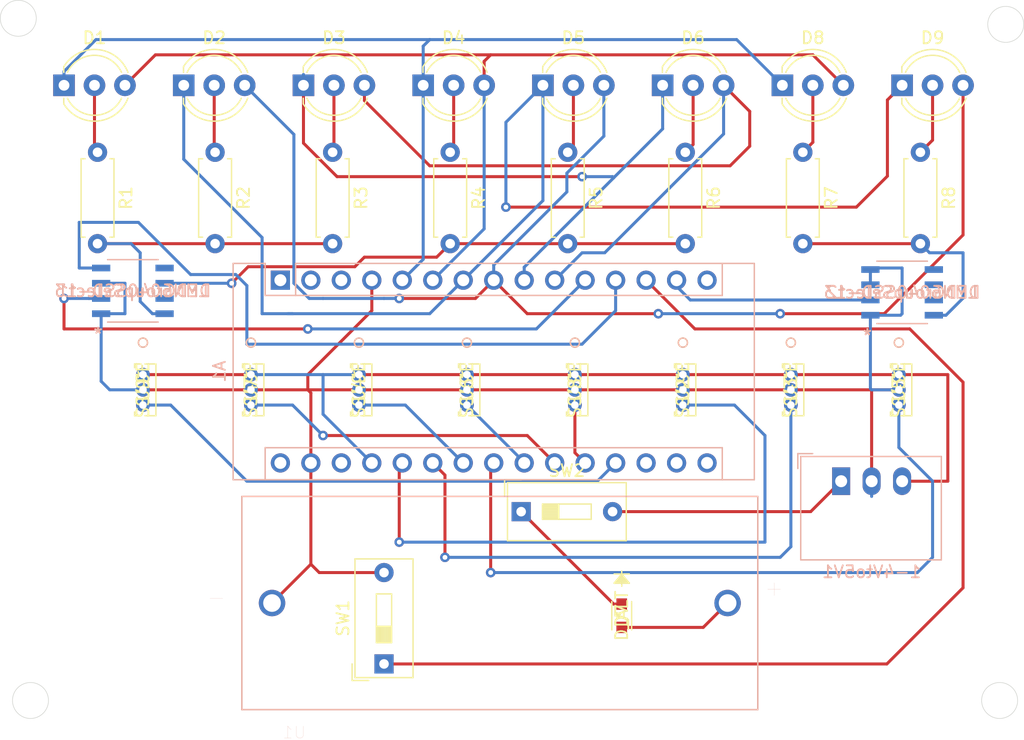
<source format=kicad_pcb>
(kicad_pcb (version 20171130) (host pcbnew "(5.1.10)-1")

  (general
    (thickness 1.6)
    (drawings 4)
    (tracks 248)
    (zones 0)
    (modules 32)
    (nets 35)
  )

  (page A4)
  (layers
    (0 F.Cu signal)
    (31 B.Cu signal)
    (32 B.Adhes user)
    (33 F.Adhes user)
    (34 B.Paste user)
    (35 F.Paste user)
    (36 B.SilkS user)
    (37 F.SilkS user)
    (38 B.Mask user)
    (39 F.Mask user)
    (40 Dwgs.User user)
    (41 Cmts.User user)
    (42 Eco1.User user)
    (43 Eco2.User user)
    (44 Edge.Cuts user)
    (45 Margin user)
    (46 B.CrtYd user)
    (47 F.CrtYd user)
    (48 B.Fab user)
    (49 F.Fab user)
  )

  (setup
    (last_trace_width 0.25)
    (trace_clearance 0.2)
    (zone_clearance 0.508)
    (zone_45_only no)
    (trace_min 0.2)
    (via_size 0.8)
    (via_drill 0.4)
    (via_min_size 0.4)
    (via_min_drill 0.3)
    (uvia_size 0.3)
    (uvia_drill 0.1)
    (uvias_allowed no)
    (uvia_min_size 0.2)
    (uvia_min_drill 0.1)
    (edge_width 0.05)
    (segment_width 0.2)
    (pcb_text_width 0.3)
    (pcb_text_size 1.5 1.5)
    (mod_edge_width 0.12)
    (mod_text_size 1 1)
    (mod_text_width 0.15)
    (pad_size 1.524 1.524)
    (pad_drill 0.762)
    (pad_to_mask_clearance 0)
    (aux_axis_origin 0 0)
    (visible_elements 7FFFFFFF)
    (pcbplotparams
      (layerselection 0x010f0_ffffffff)
      (usegerberextensions true)
      (usegerberattributes false)
      (usegerberadvancedattributes false)
      (creategerberjobfile false)
      (excludeedgelayer true)
      (linewidth 0.100000)
      (plotframeref false)
      (viasonmask false)
      (mode 1)
      (useauxorigin false)
      (hpglpennumber 1)
      (hpglpenspeed 20)
      (hpglpendiameter 15.000000)
      (psnegative false)
      (psa4output false)
      (plotreference true)
      (plotvalue true)
      (plotinvisibletext false)
      (padsonsilk false)
      (subtractmaskfromsilk false)
      (outputformat 1)
      (mirror false)
      (drillshape 0)
      (scaleselection 1)
      (outputdirectory ""))
  )

  (net 0 "")
  (net 1 "Net-(1-4Vto5V1-Pad1)")
  (net 2 GND)
  (net 3 5V)
  (net 4 A0)
  (net 5 A1)
  (net 6 D2)
  (net 7 A2)
  (net 8 D3)
  (net 9 A3)
  (net 10 D4)
  (net 11 A4)
  (net 12 D5)
  (net 13 A5)
  (net 14 D6)
  (net 15 A6)
  (net 16 D7)
  (net 17 A7)
  (net 18 D8)
  (net 19 D9)
  (net 20 D10)
  (net 21 D11)
  (net 22 "Net-(D7-Pad2)")
  (net 23 "Net-(D7-Pad1)")
  (net 24 "Net-(LEDGroupSelect1-Pad6)")
  (net 25 "Net-(LEDGroupSelect1-Pad8)")
  (net 26 "Net-(LEDGroupSelect2-Pad8)")
  (net 27 "Net-(D1-Pad2)")
  (net 28 "Net-(D2-Pad2)")
  (net 29 "Net-(D3-Pad2)")
  (net 30 "Net-(D4-Pad2)")
  (net 31 "Net-(D5-Pad2)")
  (net 32 "Net-(D6-Pad2)")
  (net 33 "Net-(D8-Pad2)")
  (net 34 "Net-(D9-Pad2)")

  (net_class Default "This is the default net class."
    (clearance 0.2)
    (trace_width 0.25)
    (via_dia 0.8)
    (via_drill 0.4)
    (uvia_dia 0.3)
    (uvia_drill 0.1)
    (add_net 5V)
    (add_net A0)
    (add_net A1)
    (add_net A2)
    (add_net A3)
    (add_net A4)
    (add_net A5)
    (add_net A6)
    (add_net A7)
    (add_net D10)
    (add_net D11)
    (add_net D2)
    (add_net D3)
    (add_net D4)
    (add_net D5)
    (add_net D6)
    (add_net D7)
    (add_net D8)
    (add_net D9)
    (add_net GND)
    (add_net "Net-(1-4Vto5V1-Pad1)")
    (add_net "Net-(D1-Pad2)")
    (add_net "Net-(D2-Pad2)")
    (add_net "Net-(D3-Pad2)")
    (add_net "Net-(D4-Pad2)")
    (add_net "Net-(D5-Pad2)")
    (add_net "Net-(D6-Pad2)")
    (add_net "Net-(D7-Pad1)")
    (add_net "Net-(D7-Pad2)")
    (add_net "Net-(D8-Pad2)")
    (add_net "Net-(D9-Pad2)")
    (add_net "Net-(LEDGroupSelect1-Pad6)")
    (add_net "Net-(LEDGroupSelect1-Pad8)")
    (add_net "Net-(LEDGroupSelect2-Pad8)")
  )

  (module 8MagnetTester4Filter:DMN6040SSS-13 (layer B.Cu) (tedit 0) (tstamp 60CC62FC)
    (at 113.688398 85.725)
    (path /60D2248E)
    (fp_text reference LEDGroupSelect1 (at 0 0) (layer B.SilkS)
      (effects (font (size 1 1) (thickness 0.15)) (justify mirror))
    )
    (fp_text value DMN6040SSD-13 (at 0 0) (layer B.SilkS)
      (effects (font (size 1 1) (thickness 0.15)) (justify mirror))
    )
    (fp_line (start -1.9812 1.651) (end -1.9812 2.159) (layer B.Fab) (width 0.1))
    (fp_line (start -1.9812 2.159) (end -3.05 2.159) (layer B.Fab) (width 0.1))
    (fp_line (start -3.05 2.159) (end -3.05 1.651) (layer B.Fab) (width 0.1))
    (fp_line (start -3.05 1.651) (end -1.9812 1.651) (layer B.Fab) (width 0.1))
    (fp_line (start -1.9812 0.381) (end -1.9812 0.889) (layer B.Fab) (width 0.1))
    (fp_line (start -1.9812 0.889) (end -3.05 0.889) (layer B.Fab) (width 0.1))
    (fp_line (start -3.05 0.889) (end -3.05 0.381) (layer B.Fab) (width 0.1))
    (fp_line (start -3.05 0.381) (end -1.9812 0.381) (layer B.Fab) (width 0.1))
    (fp_line (start -1.9812 -0.889) (end -1.9812 -0.381) (layer B.Fab) (width 0.1))
    (fp_line (start -1.9812 -0.381) (end -3.05 -0.381) (layer B.Fab) (width 0.1))
    (fp_line (start -3.05 -0.381) (end -3.05 -0.889) (layer B.Fab) (width 0.1))
    (fp_line (start -3.05 -0.889) (end -1.9812 -0.889) (layer B.Fab) (width 0.1))
    (fp_line (start -1.9812 -2.159) (end -1.9812 -1.651) (layer B.Fab) (width 0.1))
    (fp_line (start -1.9812 -1.651) (end -3.05 -1.651) (layer B.Fab) (width 0.1))
    (fp_line (start -3.05 -1.651) (end -3.05 -2.159) (layer B.Fab) (width 0.1))
    (fp_line (start -3.05 -2.159) (end -1.9812 -2.159) (layer B.Fab) (width 0.1))
    (fp_line (start 1.9812 -1.651) (end 1.9812 -2.159) (layer B.Fab) (width 0.1))
    (fp_line (start 1.9812 -2.159) (end 3.05 -2.159) (layer B.Fab) (width 0.1))
    (fp_line (start 3.05 -2.159) (end 3.05 -1.651) (layer B.Fab) (width 0.1))
    (fp_line (start 3.05 -1.651) (end 1.9812 -1.651) (layer B.Fab) (width 0.1))
    (fp_line (start 1.9812 -0.381) (end 1.9812 -0.889) (layer B.Fab) (width 0.1))
    (fp_line (start 1.9812 -0.889) (end 3.05 -0.889) (layer B.Fab) (width 0.1))
    (fp_line (start 3.05 -0.889) (end 3.05 -0.381) (layer B.Fab) (width 0.1))
    (fp_line (start 3.05 -0.381) (end 1.9812 -0.381) (layer B.Fab) (width 0.1))
    (fp_line (start 1.9812 0.889) (end 1.9812 0.381) (layer B.Fab) (width 0.1))
    (fp_line (start 1.9812 0.381) (end 3.05 0.381) (layer B.Fab) (width 0.1))
    (fp_line (start 3.05 0.381) (end 3.05 0.889) (layer B.Fab) (width 0.1))
    (fp_line (start 3.05 0.889) (end 1.9812 0.889) (layer B.Fab) (width 0.1))
    (fp_line (start 1.9812 2.159) (end 1.9812 1.651) (layer B.Fab) (width 0.1))
    (fp_line (start 1.9812 1.651) (end 3.05 1.651) (layer B.Fab) (width 0.1))
    (fp_line (start 3.05 1.651) (end 3.05 2.159) (layer B.Fab) (width 0.1))
    (fp_line (start 3.05 2.159) (end 1.9812 2.159) (layer B.Fab) (width 0.1))
    (fp_line (start -2.1082 -2.6035) (end 2.1082 -2.6035) (layer B.SilkS) (width 0.12))
    (fp_line (start 2.1082 2.6035) (end -2.1082 2.6035) (layer B.SilkS) (width 0.12))
    (fp_line (start -1.9812 -2.4765) (end 1.9812 -2.4765) (layer B.Fab) (width 0.1))
    (fp_line (start 1.9812 -2.4765) (end 1.9812 2.4765) (layer B.Fab) (width 0.1))
    (fp_line (start 1.9812 2.4765) (end -1.9812 2.4765) (layer B.Fab) (width 0.1))
    (fp_line (start -1.9812 2.4765) (end -1.9812 -2.4765) (layer B.Fab) (width 0.1))
    (fp_line (start -3.6596 -2.4384) (end -3.6596 2.4384) (layer B.CrtYd) (width 0.05))
    (fp_line (start -3.6596 2.4384) (end -2.2352 2.4384) (layer B.CrtYd) (width 0.05))
    (fp_line (start -2.2352 2.4384) (end -2.2352 2.7305) (layer B.CrtYd) (width 0.05))
    (fp_line (start -2.2352 2.7305) (end 2.2352 2.7305) (layer B.CrtYd) (width 0.05))
    (fp_line (start 2.2352 2.7305) (end 2.2352 2.4384) (layer B.CrtYd) (width 0.05))
    (fp_line (start 2.2352 2.4384) (end 3.6596 2.4384) (layer B.CrtYd) (width 0.05))
    (fp_line (start 3.6596 2.4384) (end 3.6596 -2.4384) (layer B.CrtYd) (width 0.05))
    (fp_line (start 3.6596 -2.4384) (end 2.2352 -2.4384) (layer B.CrtYd) (width 0.05))
    (fp_line (start 2.2352 -2.4384) (end 2.2352 -2.7305) (layer B.CrtYd) (width 0.05))
    (fp_line (start 2.2352 -2.7305) (end -2.2352 -2.7305) (layer B.CrtYd) (width 0.05))
    (fp_line (start -2.2352 -2.7305) (end -2.2352 -2.4384) (layer B.CrtYd) (width 0.05))
    (fp_line (start -2.2352 -2.4384) (end -3.6596 -2.4384) (layer B.CrtYd) (width 0.05))
    (fp_text user "Copyright 2021 Accelerated Designs. All rights reserved." (at 0 0) (layer Cmts.User)
      (effects (font (size 0.127 0.127) (thickness 0.002)))
    )
    (fp_text user * (at -2.8976 3.6068) (layer B.SilkS)
      (effects (font (size 1 1) (thickness 0.15)) (justify mirror))
    )
    (fp_text user * (at -1.6002 2.4003) (layer B.Fab)
      (effects (font (size 1 1) (thickness 0.15)) (justify mirror))
    )
    (fp_text user * (at -2.8976 3.6068) (layer B.SilkS)
      (effects (font (size 1 1) (thickness 0.15)) (justify mirror))
    )
    (fp_text user * (at -1.6002 2.4003) (layer B.Fab)
      (effects (font (size 1 1) (thickness 0.15)) (justify mirror))
    )
    (fp_arc (start 0 2.4765) (end 0.3048 2.4765) (angle -180) (layer B.Fab) (width 0.1))
    (pad 1 smd rect (at -2.643602 1.905) (size 1.524 0.5588) (layers B.Cu B.Paste B.Mask)
      (net 2 GND))
    (pad 2 smd rect (at -2.643602 0.635) (size 1.524 0.5588) (layers B.Cu B.Paste B.Mask)
      (net 18 D8))
    (pad 3 smd rect (at -2.643602 -0.635) (size 1.524 0.5588) (layers B.Cu B.Paste B.Mask)
      (net 2 GND))
    (pad 4 smd rect (at -2.643602 -1.905) (size 1.524 0.5588) (layers B.Cu B.Paste B.Mask)
      (net 19 D9))
    (pad 5 smd rect (at 2.643602 -1.905) (size 1.524 0.5588) (layers B.Cu B.Paste B.Mask))
    (pad 6 smd rect (at 2.643602 -0.635) (size 1.524 0.5588) (layers B.Cu B.Paste B.Mask)
      (net 24 "Net-(LEDGroupSelect1-Pad6)"))
    (pad 7 smd rect (at 2.643602 0.635) (size 1.524 0.5588) (layers B.Cu B.Paste B.Mask))
    (pad 8 smd rect (at 2.643602 1.905) (size 1.524 0.5588) (layers B.Cu B.Paste B.Mask)
      (net 25 "Net-(LEDGroupSelect1-Pad8)"))
  )

  (module 8MagnetTester4Filter:BAT_BH123A (layer B.Cu) (tedit 60CBF877) (tstamp 60CC6599)
    (at 144.272 111.76)
    (path /60E21D2F)
    (fp_text reference U1 (at -17.145 10.795) (layer B.SilkS)
      (effects (font (size 1 1) (thickness 0.015)) (justify mirror))
    )
    (fp_text value BatteryHolder (at -13.97 -10.795) (layer B.Fab)
      (effects (font (size 1 1) (thickness 0.015)) (justify mirror))
    )
    (fp_line (start -21.75 -9.14) (end -21.75 9.14) (layer B.CrtYd) (width 0.05))
    (fp_line (start 21.75 -9.14) (end -21.75 -9.14) (layer B.CrtYd) (width 0.05))
    (fp_line (start 21.75 9.14) (end 21.75 -9.14) (layer B.CrtYd) (width 0.05))
    (fp_line (start -21.75 9.14) (end 21.75 9.14) (layer B.CrtYd) (width 0.05))
    (fp_line (start 21.5 8.89) (end 21.5 -8.89) (layer B.SilkS) (width 0.127))
    (fp_line (start 21.5 -8.89) (end -21.5 -8.89) (layer B.SilkS) (width 0.127))
    (fp_line (start -21.5 -8.89) (end -21.5 8.89) (layer B.SilkS) (width 0.127))
    (fp_line (start -21.5 8.89) (end 21.5 8.89) (layer B.SilkS) (width 0.127))
    (fp_line (start -21.5 -8.89) (end -21.5 8.89) (layer B.Fab) (width 0.127))
    (fp_line (start 21.5 -8.89) (end -21.5 -8.89) (layer B.Fab) (width 0.127))
    (fp_line (start 21.5 8.89) (end 21.5 -8.89) (layer B.Fab) (width 0.127))
    (fp_line (start -21.5 8.89) (end 21.5 8.89) (layer B.Fab) (width 0.127))
    (fp_text user - (at -23.622 -0.508) (layer B.Fab)
      (effects (font (size 1.4 1.4) (thickness 0.015)) (justify mirror))
    )
    (fp_text user - (at -23.622 -0.508) (layer B.SilkS)
      (effects (font (size 1.4 1.4) (thickness 0.015)) (justify mirror))
    )
    (fp_text user + (at 22.86 -1.27) (layer B.Fab)
      (effects (font (size 1.4 1.4) (thickness 0.015)) (justify mirror))
    )
    (fp_text user + (at 22.86 -1.27) (layer B.SilkS)
      (effects (font (size 1.4 1.4) (thickness 0.015)) (justify mirror))
    )
    (pad None np_thru_hole circle (at 19.58 -6.37) (size 1.27 1.27) (drill 1.27) (layers *.Cu *.Mask))
    (pad 2 thru_hole circle (at 18.985 0) (size 2.205 2.205) (drill 1.47) (layers *.Cu *.Mask)
      (net 22 "Net-(D7-Pad2)"))
    (pad 1 thru_hole circle (at -18.985 0) (size 2.205 2.205) (drill 1.47) (layers *.Cu *.Mask)
      (net 2 GND))
  )

  (module Module:Arduino_Nano (layer B.Cu) (tedit 58ACAF70) (tstamp 60CC61DC)
    (at 125.984 84.836 270)
    (descr "Arduino Nano, http://www.mouser.com/pdfdocs/Gravitech_Arduino_Nano3_0.pdf")
    (tags "Arduino Nano")
    (path /60CB9367)
    (fp_text reference A1 (at 7.62 5.08 270) (layer B.SilkS)
      (effects (font (size 1 1) (thickness 0.15)) (justify mirror))
    )
    (fp_text value Arduino_Nano_v2.x (at 8.89 -19.05) (layer B.Fab)
      (effects (font (size 1 1) (thickness 0.15)) (justify mirror))
    )
    (fp_line (start 16.75 -42.16) (end -1.53 -42.16) (layer B.CrtYd) (width 0.05))
    (fp_line (start 16.75 -42.16) (end 16.75 4.06) (layer B.CrtYd) (width 0.05))
    (fp_line (start -1.53 4.06) (end -1.53 -42.16) (layer B.CrtYd) (width 0.05))
    (fp_line (start -1.53 4.06) (end 16.75 4.06) (layer B.CrtYd) (width 0.05))
    (fp_line (start 16.51 3.81) (end 16.51 -39.37) (layer B.Fab) (width 0.1))
    (fp_line (start 0 3.81) (end 16.51 3.81) (layer B.Fab) (width 0.1))
    (fp_line (start -1.27 2.54) (end 0 3.81) (layer B.Fab) (width 0.1))
    (fp_line (start -1.27 -39.37) (end -1.27 2.54) (layer B.Fab) (width 0.1))
    (fp_line (start 16.51 -39.37) (end -1.27 -39.37) (layer B.Fab) (width 0.1))
    (fp_line (start 16.64 3.94) (end -1.4 3.94) (layer B.SilkS) (width 0.12))
    (fp_line (start 16.64 -39.5) (end 16.64 3.94) (layer B.SilkS) (width 0.12))
    (fp_line (start -1.4 -39.5) (end 16.64 -39.5) (layer B.SilkS) (width 0.12))
    (fp_line (start 3.81 -41.91) (end 3.81 -31.75) (layer B.Fab) (width 0.1))
    (fp_line (start 11.43 -41.91) (end 3.81 -41.91) (layer B.Fab) (width 0.1))
    (fp_line (start 11.43 -31.75) (end 11.43 -41.91) (layer B.Fab) (width 0.1))
    (fp_line (start 3.81 -31.75) (end 11.43 -31.75) (layer B.Fab) (width 0.1))
    (fp_line (start 1.27 -36.83) (end -1.4 -36.83) (layer B.SilkS) (width 0.12))
    (fp_line (start 1.27 -1.27) (end 1.27 -36.83) (layer B.SilkS) (width 0.12))
    (fp_line (start 1.27 -1.27) (end -1.4 -1.27) (layer B.SilkS) (width 0.12))
    (fp_line (start 13.97 -36.83) (end 16.64 -36.83) (layer B.SilkS) (width 0.12))
    (fp_line (start 13.97 1.27) (end 13.97 -36.83) (layer B.SilkS) (width 0.12))
    (fp_line (start 13.97 1.27) (end 16.64 1.27) (layer B.SilkS) (width 0.12))
    (fp_line (start -1.4 3.94) (end -1.4 1.27) (layer B.SilkS) (width 0.12))
    (fp_line (start -1.4 -1.27) (end -1.4 -39.5) (layer B.SilkS) (width 0.12))
    (fp_line (start 1.27 1.27) (end -1.4 1.27) (layer B.SilkS) (width 0.12))
    (fp_line (start 1.27 -1.27) (end 1.27 1.27) (layer B.SilkS) (width 0.12))
    (fp_text user %R (at 6.35 -19.05) (layer B.Fab)
      (effects (font (size 1 1) (thickness 0.15)) (justify mirror))
    )
    (pad 1 thru_hole rect (at 0 0 270) (size 1.6 1.6) (drill 1) (layers *.Cu *.Mask))
    (pad 17 thru_hole oval (at 15.24 -33.02 270) (size 1.6 1.6) (drill 1) (layers *.Cu *.Mask))
    (pad 2 thru_hole oval (at 0 -2.54 270) (size 1.6 1.6) (drill 1) (layers *.Cu *.Mask))
    (pad 18 thru_hole oval (at 15.24 -30.48 270) (size 1.6 1.6) (drill 1) (layers *.Cu *.Mask))
    (pad 3 thru_hole oval (at 0 -5.08 270) (size 1.6 1.6) (drill 1) (layers *.Cu *.Mask))
    (pad 19 thru_hole oval (at 15.24 -27.94 270) (size 1.6 1.6) (drill 1) (layers *.Cu *.Mask)
      (net 4 A0))
    (pad 4 thru_hole oval (at 0 -7.62 270) (size 1.6 1.6) (drill 1) (layers *.Cu *.Mask)
      (net 2 GND))
    (pad 20 thru_hole oval (at 15.24 -25.4 270) (size 1.6 1.6) (drill 1) (layers *.Cu *.Mask)
      (net 5 A1))
    (pad 5 thru_hole oval (at 0 -10.16 270) (size 1.6 1.6) (drill 1) (layers *.Cu *.Mask)
      (net 6 D2))
    (pad 21 thru_hole oval (at 15.24 -22.86 270) (size 1.6 1.6) (drill 1) (layers *.Cu *.Mask)
      (net 7 A2))
    (pad 6 thru_hole oval (at 0 -12.7 270) (size 1.6 1.6) (drill 1) (layers *.Cu *.Mask)
      (net 8 D3))
    (pad 22 thru_hole oval (at 15.24 -20.32 270) (size 1.6 1.6) (drill 1) (layers *.Cu *.Mask)
      (net 9 A3))
    (pad 7 thru_hole oval (at 0 -15.24 270) (size 1.6 1.6) (drill 1) (layers *.Cu *.Mask)
      (net 10 D4))
    (pad 23 thru_hole oval (at 15.24 -17.78 270) (size 1.6 1.6) (drill 1) (layers *.Cu *.Mask)
      (net 11 A4))
    (pad 8 thru_hole oval (at 0 -17.78 270) (size 1.6 1.6) (drill 1) (layers *.Cu *.Mask)
      (net 12 D5))
    (pad 24 thru_hole oval (at 15.24 -15.24 270) (size 1.6 1.6) (drill 1) (layers *.Cu *.Mask)
      (net 13 A5))
    (pad 9 thru_hole oval (at 0 -20.32 270) (size 1.6 1.6) (drill 1) (layers *.Cu *.Mask)
      (net 14 D6))
    (pad 25 thru_hole oval (at 15.24 -12.7 270) (size 1.6 1.6) (drill 1) (layers *.Cu *.Mask)
      (net 15 A6))
    (pad 10 thru_hole oval (at 0 -22.86 270) (size 1.6 1.6) (drill 1) (layers *.Cu *.Mask)
      (net 16 D7))
    (pad 26 thru_hole oval (at 15.24 -10.16 270) (size 1.6 1.6) (drill 1) (layers *.Cu *.Mask)
      (net 17 A7))
    (pad 11 thru_hole oval (at 0 -25.4 270) (size 1.6 1.6) (drill 1) (layers *.Cu *.Mask)
      (net 18 D8))
    (pad 27 thru_hole oval (at 15.24 -7.62 270) (size 1.6 1.6) (drill 1) (layers *.Cu *.Mask)
      (net 3 5V))
    (pad 12 thru_hole oval (at 0 -27.94 270) (size 1.6 1.6) (drill 1) (layers *.Cu *.Mask)
      (net 19 D9))
    (pad 28 thru_hole oval (at 15.24 -5.08 270) (size 1.6 1.6) (drill 1) (layers *.Cu *.Mask))
    (pad 13 thru_hole oval (at 0 -30.48 270) (size 1.6 1.6) (drill 1) (layers *.Cu *.Mask)
      (net 20 D10))
    (pad 29 thru_hole oval (at 15.24 -2.54 270) (size 1.6 1.6) (drill 1) (layers *.Cu *.Mask)
      (net 2 GND))
    (pad 14 thru_hole oval (at 0 -33.02 270) (size 1.6 1.6) (drill 1) (layers *.Cu *.Mask)
      (net 21 D11))
    (pad 30 thru_hole oval (at 15.24 0 270) (size 1.6 1.6) (drill 1) (layers *.Cu *.Mask))
    (pad 15 thru_hole oval (at 0 -35.56 270) (size 1.6 1.6) (drill 1) (layers *.Cu *.Mask))
    (pad 16 thru_hole oval (at 15.24 -35.56 270) (size 1.6 1.6) (drill 1) (layers *.Cu *.Mask))
    (model ${KISYS3DMOD}/Module.3dshapes/Arduino_Nano_WithMountingHoles.wrl
      (at (xyz 0 0 0))
      (scale (xyz 1 1 1))
      (rotate (xyz 0 0 0))
    )
  )

  (module Converter_DCDC:Converter_DCDC_RECOM_R-78E-0.5_THT (layer B.Cu) (tedit 5B741BB0) (tstamp 60CC619F)
    (at 172.72 101.6)
    (descr "DCDC-Converter, RECOM, RECOM_R-78E-0.5, SIP-3, pitch 2.54mm, package size 11.6x8.5x10.4mm^3, https://www.recom-power.com/pdf/Innoline/R-78Exx-0.5.pdf")
    (tags "dc-dc recom buck sip-3 pitch 2.54mm")
    (path /60DF1566)
    (fp_text reference 1-4Vto5V1 (at 2.54 7.56) (layer B.SilkS)
      (effects (font (size 1 1) (thickness 0.15)) (justify mirror))
    )
    (fp_text value StepUpConverter (at 2.54 -3) (layer B.Fab)
      (effects (font (size 1 1) (thickness 0.15)) (justify mirror))
    )
    (fp_line (start -3.31 6.5) (end 8.29 6.5) (layer B.Fab) (width 0.1))
    (fp_line (start 8.29 6.5) (end 8.29 -2) (layer B.Fab) (width 0.1))
    (fp_line (start 8.29 -2) (end -2.31 -2) (layer B.Fab) (width 0.1))
    (fp_line (start -2.31 -2) (end -3.31 -1) (layer B.Fab) (width 0.1))
    (fp_line (start -3.31 -1) (end -3.31 6.5) (layer B.Fab) (width 0.1))
    (fp_line (start -3.371 6.56) (end 8.35 6.56) (layer B.SilkS) (width 0.12))
    (fp_line (start -3.371 -2.06) (end 8.35 -2.06) (layer B.SilkS) (width 0.12))
    (fp_line (start -3.371 6.56) (end -3.371 -2.06) (layer B.SilkS) (width 0.12))
    (fp_line (start 8.35 6.56) (end 8.35 -2.06) (layer B.SilkS) (width 0.12))
    (fp_line (start -3.611 -1.06) (end -3.611 -2.3) (layer B.SilkS) (width 0.12))
    (fp_line (start -3.611 -2.3) (end -2.371 -2.3) (layer B.SilkS) (width 0.12))
    (fp_line (start -3.57 6.75) (end -3.57 -2.25) (layer B.CrtYd) (width 0.05))
    (fp_line (start -3.57 -2.25) (end 8.54 -2.25) (layer B.CrtYd) (width 0.05))
    (fp_line (start 8.54 -2.25) (end 8.54 6.75) (layer B.CrtYd) (width 0.05))
    (fp_line (start 8.54 6.75) (end -3.57 6.75) (layer B.CrtYd) (width 0.05))
    (fp_text user %R (at 2.54 2.25) (layer B.Fab)
      (effects (font (size 1 1) (thickness 0.15)) (justify mirror))
    )
    (pad 3 thru_hole oval (at 5.08 0) (size 1.5 2.3) (drill 1) (layers *.Cu *.Mask)
      (net 3 5V))
    (pad 2 thru_hole oval (at 2.54 0) (size 1.5 2.3) (drill 1) (layers *.Cu *.Mask)
      (net 2 GND))
    (pad 1 thru_hole rect (at 0 0) (size 1.5 2.3) (drill 1) (layers *.Cu *.Mask)
      (net 1 "Net-(1-4Vto5V1-Pad1)"))
    (model ${KISYS3DMOD}/Converter_DCDC.3dshapes/Converter_DCDC_RECOM_R-78E-0.5_THT.wrl
      (at (xyz 0 0 0))
      (scale (xyz 1 1 1))
      (rotate (xyz 0 0 0))
    )
  )

  (module LED_THT:LED_D5.0mm-3 (layer F.Cu) (tedit 587A3A7B) (tstamp 60CC62B4)
    (at 177.8 68.58)
    (descr "LED, diameter 5.0mm, 2 pins, diameter 5.0mm, 3 pins, http://www.kingbright.com/attachments/file/psearch/000/00/00/L-59EGC(Ver.17A).pdf")
    (tags "LED diameter 5.0mm 2 pins diameter 5.0mm 3 pins")
    (path /60F0263D)
    (fp_text reference D9 (at 2.54 -3.96) (layer F.SilkS)
      (effects (font (size 1 1) (thickness 0.15)))
    )
    (fp_text value LED_Dual_AAC (at 2.54 3.96) (layer F.Fab)
      (effects (font (size 1 1) (thickness 0.15)))
    )
    (fp_line (start 6.25 -3.25) (end -1.15 -3.25) (layer F.CrtYd) (width 0.05))
    (fp_line (start 6.25 3.25) (end 6.25 -3.25) (layer F.CrtYd) (width 0.05))
    (fp_line (start -1.15 3.25) (end 6.25 3.25) (layer F.CrtYd) (width 0.05))
    (fp_line (start -1.15 -3.25) (end -1.15 3.25) (layer F.CrtYd) (width 0.05))
    (fp_line (start -0.02 1.08) (end -0.02 1.545) (layer F.SilkS) (width 0.12))
    (fp_line (start -0.02 -1.545) (end -0.02 -1.08) (layer F.SilkS) (width 0.12))
    (fp_line (start 0.04 -1.469694) (end 0.04 1.469694) (layer F.Fab) (width 0.1))
    (fp_circle (center 2.54 0) (end 5.04 0) (layer F.Fab) (width 0.1))
    (fp_arc (start 2.54 0) (end 0.04 -1.469694) (angle 299.1) (layer F.Fab) (width 0.1))
    (fp_arc (start 2.54 0) (end -0.02 -1.54483) (angle 127.7) (layer F.SilkS) (width 0.12))
    (fp_arc (start 2.54 0) (end -0.02 1.54483) (angle -127.7) (layer F.SilkS) (width 0.12))
    (fp_arc (start 2.54 0) (end 0.285316 -1.08) (angle 128.8) (layer F.SilkS) (width 0.12))
    (fp_arc (start 2.54 0) (end 0.285316 1.08) (angle -128.8) (layer F.SilkS) (width 0.12))
    (pad 1 thru_hole rect (at 0 0) (size 1.8 1.8) (drill 0.9) (layers *.Cu *.Mask)
      (net 10 D4))
    (pad 2 thru_hole circle (at 2.54 0) (size 1.8 1.8) (drill 0.9) (layers *.Cu *.Mask)
      (net 34 "Net-(D9-Pad2)"))
    (pad 3 thru_hole circle (at 5.08 0) (size 1.8 1.8) (drill 0.9) (layers *.Cu *.Mask)
      (net 12 D5))
    (model ${KISYS3DMOD}/LED_THT.3dshapes/LED_D5.0mm-3.wrl
      (at (xyz 0 0 0))
      (scale (xyz 1 1 1))
      (rotate (xyz 0 0 0))
    )
  )

  (module LED_THT:LED_D5.0mm-3 (layer F.Cu) (tedit 587A3A7B) (tstamp 60CC61F0)
    (at 107.95 68.58)
    (descr "LED, diameter 5.0mm, 2 pins, diameter 5.0mm, 3 pins, http://www.kingbright.com/attachments/file/psearch/000/00/00/L-59EGC(Ver.17A).pdf")
    (tags "LED diameter 5.0mm 2 pins diameter 5.0mm 3 pins")
    (path /60EF1F3B)
    (fp_text reference D1 (at 2.54 -3.96) (layer F.SilkS)
      (effects (font (size 1 1) (thickness 0.15)))
    )
    (fp_text value LED_Dual_AAC (at 2.54 3.96) (layer F.Fab)
      (effects (font (size 1 1) (thickness 0.15)))
    )
    (fp_line (start 6.25 -3.25) (end -1.15 -3.25) (layer F.CrtYd) (width 0.05))
    (fp_line (start 6.25 3.25) (end 6.25 -3.25) (layer F.CrtYd) (width 0.05))
    (fp_line (start -1.15 3.25) (end 6.25 3.25) (layer F.CrtYd) (width 0.05))
    (fp_line (start -1.15 -3.25) (end -1.15 3.25) (layer F.CrtYd) (width 0.05))
    (fp_line (start -0.02 1.08) (end -0.02 1.545) (layer F.SilkS) (width 0.12))
    (fp_line (start -0.02 -1.545) (end -0.02 -1.08) (layer F.SilkS) (width 0.12))
    (fp_line (start 0.04 -1.469694) (end 0.04 1.469694) (layer F.Fab) (width 0.1))
    (fp_circle (center 2.54 0) (end 5.04 0) (layer F.Fab) (width 0.1))
    (fp_arc (start 2.54 0) (end 0.04 -1.469694) (angle 299.1) (layer F.Fab) (width 0.1))
    (fp_arc (start 2.54 0) (end -0.02 -1.54483) (angle 127.7) (layer F.SilkS) (width 0.12))
    (fp_arc (start 2.54 0) (end -0.02 1.54483) (angle -127.7) (layer F.SilkS) (width 0.12))
    (fp_arc (start 2.54 0) (end 0.285316 -1.08) (angle 128.8) (layer F.SilkS) (width 0.12))
    (fp_arc (start 2.54 0) (end 0.285316 1.08) (angle -128.8) (layer F.SilkS) (width 0.12))
    (pad 1 thru_hole rect (at 0 0) (size 1.8 1.8) (drill 0.9) (layers *.Cu *.Mask)
      (net 6 D2))
    (pad 2 thru_hole circle (at 2.54 0) (size 1.8 1.8) (drill 0.9) (layers *.Cu *.Mask)
      (net 27 "Net-(D1-Pad2)"))
    (pad 3 thru_hole circle (at 5.08 0) (size 1.8 1.8) (drill 0.9) (layers *.Cu *.Mask)
      (net 8 D3))
    (model ${KISYS3DMOD}/LED_THT.3dshapes/LED_D5.0mm-3.wrl
      (at (xyz 0 0 0))
      (scale (xyz 1 1 1))
      (rotate (xyz 0 0 0))
    )
  )

  (module LED_THT:LED_D5.0mm-3 (layer F.Cu) (tedit 587A3A7B) (tstamp 60CC6204)
    (at 117.928571 68.58)
    (descr "LED, diameter 5.0mm, 2 pins, diameter 5.0mm, 3 pins, http://www.kingbright.com/attachments/file/psearch/000/00/00/L-59EGC(Ver.17A).pdf")
    (tags "LED diameter 5.0mm 2 pins diameter 5.0mm 3 pins")
    (path /60EFAD69)
    (fp_text reference D2 (at 2.54 -3.96) (layer F.SilkS)
      (effects (font (size 1 1) (thickness 0.15)))
    )
    (fp_text value LED_Dual_AAC (at 2.54 3.96) (layer F.Fab)
      (effects (font (size 1 1) (thickness 0.15)))
    )
    (fp_circle (center 2.54 0) (end 5.04 0) (layer F.Fab) (width 0.1))
    (fp_line (start 0.04 -1.469694) (end 0.04 1.469694) (layer F.Fab) (width 0.1))
    (fp_line (start -0.02 -1.545) (end -0.02 -1.08) (layer F.SilkS) (width 0.12))
    (fp_line (start -0.02 1.08) (end -0.02 1.545) (layer F.SilkS) (width 0.12))
    (fp_line (start -1.15 -3.25) (end -1.15 3.25) (layer F.CrtYd) (width 0.05))
    (fp_line (start -1.15 3.25) (end 6.25 3.25) (layer F.CrtYd) (width 0.05))
    (fp_line (start 6.25 3.25) (end 6.25 -3.25) (layer F.CrtYd) (width 0.05))
    (fp_line (start 6.25 -3.25) (end -1.15 -3.25) (layer F.CrtYd) (width 0.05))
    (fp_arc (start 2.54 0) (end 0.285316 1.08) (angle -128.8) (layer F.SilkS) (width 0.12))
    (fp_arc (start 2.54 0) (end 0.285316 -1.08) (angle 128.8) (layer F.SilkS) (width 0.12))
    (fp_arc (start 2.54 0) (end -0.02 1.54483) (angle -127.7) (layer F.SilkS) (width 0.12))
    (fp_arc (start 2.54 0) (end -0.02 -1.54483) (angle 127.7) (layer F.SilkS) (width 0.12))
    (fp_arc (start 2.54 0) (end 0.04 -1.469694) (angle 299.1) (layer F.Fab) (width 0.1))
    (pad 3 thru_hole circle (at 5.08 0) (size 1.8 1.8) (drill 0.9) (layers *.Cu *.Mask)
      (net 12 D5))
    (pad 2 thru_hole circle (at 2.54 0) (size 1.8 1.8) (drill 0.9) (layers *.Cu *.Mask)
      (net 28 "Net-(D2-Pad2)"))
    (pad 1 thru_hole rect (at 0 0) (size 1.8 1.8) (drill 0.9) (layers *.Cu *.Mask)
      (net 10 D4))
    (model ${KISYS3DMOD}/LED_THT.3dshapes/LED_D5.0mm-3.wrl
      (at (xyz 0 0 0))
      (scale (xyz 1 1 1))
      (rotate (xyz 0 0 0))
    )
  )

  (module LED_THT:LED_D5.0mm-3 (layer F.Cu) (tedit 587A3A7B) (tstamp 60CC6218)
    (at 127.907142 68.58)
    (descr "LED, diameter 5.0mm, 2 pins, diameter 5.0mm, 3 pins, http://www.kingbright.com/attachments/file/psearch/000/00/00/L-59EGC(Ver.17A).pdf")
    (tags "LED diameter 5.0mm 2 pins diameter 5.0mm 3 pins")
    (path /60EFC094)
    (fp_text reference D3 (at 2.54 -3.96) (layer F.SilkS)
      (effects (font (size 1 1) (thickness 0.15)))
    )
    (fp_text value LED_Dual_AAC (at 2.54 3.96) (layer F.Fab)
      (effects (font (size 1 1) (thickness 0.15)))
    )
    (fp_line (start 6.25 -3.25) (end -1.15 -3.25) (layer F.CrtYd) (width 0.05))
    (fp_line (start 6.25 3.25) (end 6.25 -3.25) (layer F.CrtYd) (width 0.05))
    (fp_line (start -1.15 3.25) (end 6.25 3.25) (layer F.CrtYd) (width 0.05))
    (fp_line (start -1.15 -3.25) (end -1.15 3.25) (layer F.CrtYd) (width 0.05))
    (fp_line (start -0.02 1.08) (end -0.02 1.545) (layer F.SilkS) (width 0.12))
    (fp_line (start -0.02 -1.545) (end -0.02 -1.08) (layer F.SilkS) (width 0.12))
    (fp_line (start 0.04 -1.469694) (end 0.04 1.469694) (layer F.Fab) (width 0.1))
    (fp_circle (center 2.54 0) (end 5.04 0) (layer F.Fab) (width 0.1))
    (fp_arc (start 2.54 0) (end 0.04 -1.469694) (angle 299.1) (layer F.Fab) (width 0.1))
    (fp_arc (start 2.54 0) (end -0.02 -1.54483) (angle 127.7) (layer F.SilkS) (width 0.12))
    (fp_arc (start 2.54 0) (end -0.02 1.54483) (angle -127.7) (layer F.SilkS) (width 0.12))
    (fp_arc (start 2.54 0) (end 0.285316 -1.08) (angle 128.8) (layer F.SilkS) (width 0.12))
    (fp_arc (start 2.54 0) (end 0.285316 1.08) (angle -128.8) (layer F.SilkS) (width 0.12))
    (pad 1 thru_hole rect (at 0 0) (size 1.8 1.8) (drill 0.9) (layers *.Cu *.Mask)
      (net 14 D6))
    (pad 2 thru_hole circle (at 2.54 0) (size 1.8 1.8) (drill 0.9) (layers *.Cu *.Mask)
      (net 29 "Net-(D3-Pad2)"))
    (pad 3 thru_hole circle (at 5.08 0) (size 1.8 1.8) (drill 0.9) (layers *.Cu *.Mask)
      (net 16 D7))
    (model ${KISYS3DMOD}/LED_THT.3dshapes/LED_D5.0mm-3.wrl
      (at (xyz 0 0 0))
      (scale (xyz 1 1 1))
      (rotate (xyz 0 0 0))
    )
  )

  (module LED_THT:LED_D5.0mm-3 (layer F.Cu) (tedit 587A3A7B) (tstamp 60CC622C)
    (at 137.885713 68.58)
    (descr "LED, diameter 5.0mm, 2 pins, diameter 5.0mm, 3 pins, http://www.kingbright.com/attachments/file/psearch/000/00/00/L-59EGC(Ver.17A).pdf")
    (tags "LED diameter 5.0mm 2 pins diameter 5.0mm 3 pins")
    (path /60EFD734)
    (fp_text reference D4 (at 2.54 -3.96) (layer F.SilkS)
      (effects (font (size 1 1) (thickness 0.15)))
    )
    (fp_text value LED_Dual_AAC (at 2.54 3.96) (layer F.Fab)
      (effects (font (size 1 1) (thickness 0.15)))
    )
    (fp_circle (center 2.54 0) (end 5.04 0) (layer F.Fab) (width 0.1))
    (fp_line (start 0.04 -1.469694) (end 0.04 1.469694) (layer F.Fab) (width 0.1))
    (fp_line (start -0.02 -1.545) (end -0.02 -1.08) (layer F.SilkS) (width 0.12))
    (fp_line (start -0.02 1.08) (end -0.02 1.545) (layer F.SilkS) (width 0.12))
    (fp_line (start -1.15 -3.25) (end -1.15 3.25) (layer F.CrtYd) (width 0.05))
    (fp_line (start -1.15 3.25) (end 6.25 3.25) (layer F.CrtYd) (width 0.05))
    (fp_line (start 6.25 3.25) (end 6.25 -3.25) (layer F.CrtYd) (width 0.05))
    (fp_line (start 6.25 -3.25) (end -1.15 -3.25) (layer F.CrtYd) (width 0.05))
    (fp_arc (start 2.54 0) (end 0.285316 1.08) (angle -128.8) (layer F.SilkS) (width 0.12))
    (fp_arc (start 2.54 0) (end 0.285316 -1.08) (angle 128.8) (layer F.SilkS) (width 0.12))
    (fp_arc (start 2.54 0) (end -0.02 1.54483) (angle -127.7) (layer F.SilkS) (width 0.12))
    (fp_arc (start 2.54 0) (end -0.02 -1.54483) (angle 127.7) (layer F.SilkS) (width 0.12))
    (fp_arc (start 2.54 0) (end 0.04 -1.469694) (angle 299.1) (layer F.Fab) (width 0.1))
    (pad 3 thru_hole circle (at 5.08 0) (size 1.8 1.8) (drill 0.9) (layers *.Cu *.Mask)
      (net 8 D3))
    (pad 2 thru_hole circle (at 2.54 0) (size 1.8 1.8) (drill 0.9) (layers *.Cu *.Mask)
      (net 30 "Net-(D4-Pad2)"))
    (pad 1 thru_hole rect (at 0 0) (size 1.8 1.8) (drill 0.9) (layers *.Cu *.Mask)
      (net 6 D2))
    (model ${KISYS3DMOD}/LED_THT.3dshapes/LED_D5.0mm-3.wrl
      (at (xyz 0 0 0))
      (scale (xyz 1 1 1))
      (rotate (xyz 0 0 0))
    )
  )

  (module LED_THT:LED_D5.0mm-3 (layer F.Cu) (tedit 587A3A7B) (tstamp 60CC6240)
    (at 147.864284 68.58)
    (descr "LED, diameter 5.0mm, 2 pins, diameter 5.0mm, 3 pins, http://www.kingbright.com/attachments/file/psearch/000/00/00/L-59EGC(Ver.17A).pdf")
    (tags "LED diameter 5.0mm 2 pins diameter 5.0mm 3 pins")
    (path /60EFEB95)
    (fp_text reference D5 (at 2.54 -3.96) (layer F.SilkS)
      (effects (font (size 1 1) (thickness 0.15)))
    )
    (fp_text value LED_Dual_AAC (at 2.54 3.96) (layer F.Fab)
      (effects (font (size 1 1) (thickness 0.15)))
    )
    (fp_line (start 6.25 -3.25) (end -1.15 -3.25) (layer F.CrtYd) (width 0.05))
    (fp_line (start 6.25 3.25) (end 6.25 -3.25) (layer F.CrtYd) (width 0.05))
    (fp_line (start -1.15 3.25) (end 6.25 3.25) (layer F.CrtYd) (width 0.05))
    (fp_line (start -1.15 -3.25) (end -1.15 3.25) (layer F.CrtYd) (width 0.05))
    (fp_line (start -0.02 1.08) (end -0.02 1.545) (layer F.SilkS) (width 0.12))
    (fp_line (start -0.02 -1.545) (end -0.02 -1.08) (layer F.SilkS) (width 0.12))
    (fp_line (start 0.04 -1.469694) (end 0.04 1.469694) (layer F.Fab) (width 0.1))
    (fp_circle (center 2.54 0) (end 5.04 0) (layer F.Fab) (width 0.1))
    (fp_arc (start 2.54 0) (end 0.04 -1.469694) (angle 299.1) (layer F.Fab) (width 0.1))
    (fp_arc (start 2.54 0) (end -0.02 -1.54483) (angle 127.7) (layer F.SilkS) (width 0.12))
    (fp_arc (start 2.54 0) (end -0.02 1.54483) (angle -127.7) (layer F.SilkS) (width 0.12))
    (fp_arc (start 2.54 0) (end 0.285316 -1.08) (angle 128.8) (layer F.SilkS) (width 0.12))
    (fp_arc (start 2.54 0) (end 0.285316 1.08) (angle -128.8) (layer F.SilkS) (width 0.12))
    (pad 1 thru_hole rect (at 0 0) (size 1.8 1.8) (drill 0.9) (layers *.Cu *.Mask)
      (net 10 D4))
    (pad 2 thru_hole circle (at 2.54 0) (size 1.8 1.8) (drill 0.9) (layers *.Cu *.Mask)
      (net 31 "Net-(D5-Pad2)"))
    (pad 3 thru_hole circle (at 5.08 0) (size 1.8 1.8) (drill 0.9) (layers *.Cu *.Mask)
      (net 12 D5))
    (model ${KISYS3DMOD}/LED_THT.3dshapes/LED_D5.0mm-3.wrl
      (at (xyz 0 0 0))
      (scale (xyz 1 1 1))
      (rotate (xyz 0 0 0))
    )
  )

  (module LED_THT:LED_D5.0mm-3 (layer F.Cu) (tedit 587A3A7B) (tstamp 60CC6254)
    (at 157.842855 68.58)
    (descr "LED, diameter 5.0mm, 2 pins, diameter 5.0mm, 3 pins, http://www.kingbright.com/attachments/file/psearch/000/00/00/L-59EGC(Ver.17A).pdf")
    (tags "LED diameter 5.0mm 2 pins diameter 5.0mm 3 pins")
    (path /60EFFDA3)
    (fp_text reference D6 (at 2.54 -3.96) (layer F.SilkS)
      (effects (font (size 1 1) (thickness 0.15)))
    )
    (fp_text value LED_Dual_AAC (at 2.54 3.96) (layer F.Fab)
      (effects (font (size 1 1) (thickness 0.15)))
    )
    (fp_circle (center 2.54 0) (end 5.04 0) (layer F.Fab) (width 0.1))
    (fp_line (start 0.04 -1.469694) (end 0.04 1.469694) (layer F.Fab) (width 0.1))
    (fp_line (start -0.02 -1.545) (end -0.02 -1.08) (layer F.SilkS) (width 0.12))
    (fp_line (start -0.02 1.08) (end -0.02 1.545) (layer F.SilkS) (width 0.12))
    (fp_line (start -1.15 -3.25) (end -1.15 3.25) (layer F.CrtYd) (width 0.05))
    (fp_line (start -1.15 3.25) (end 6.25 3.25) (layer F.CrtYd) (width 0.05))
    (fp_line (start 6.25 3.25) (end 6.25 -3.25) (layer F.CrtYd) (width 0.05))
    (fp_line (start 6.25 -3.25) (end -1.15 -3.25) (layer F.CrtYd) (width 0.05))
    (fp_arc (start 2.54 0) (end 0.285316 1.08) (angle -128.8) (layer F.SilkS) (width 0.12))
    (fp_arc (start 2.54 0) (end 0.285316 -1.08) (angle 128.8) (layer F.SilkS) (width 0.12))
    (fp_arc (start 2.54 0) (end -0.02 1.54483) (angle -127.7) (layer F.SilkS) (width 0.12))
    (fp_arc (start 2.54 0) (end -0.02 -1.54483) (angle 127.7) (layer F.SilkS) (width 0.12))
    (fp_arc (start 2.54 0) (end 0.04 -1.469694) (angle 299.1) (layer F.Fab) (width 0.1))
    (pad 3 thru_hole circle (at 5.08 0) (size 1.8 1.8) (drill 0.9) (layers *.Cu *.Mask)
      (net 16 D7))
    (pad 2 thru_hole circle (at 2.54 0) (size 1.8 1.8) (drill 0.9) (layers *.Cu *.Mask)
      (net 32 "Net-(D6-Pad2)"))
    (pad 1 thru_hole rect (at 0 0) (size 1.8 1.8) (drill 0.9) (layers *.Cu *.Mask)
      (net 14 D6))
    (model ${KISYS3DMOD}/LED_THT.3dshapes/LED_D5.0mm-3.wrl
      (at (xyz 0 0 0))
      (scale (xyz 1 1 1))
      (rotate (xyz 0 0 0))
    )
  )

  (module 8MagnetTester4Filter:SD0805S020S1R0 (layer F.Cu) (tedit 0) (tstamp 60CC628C)
    (at 154.432 112.82045 270)
    (path /60CF80F3)
    (fp_text reference D7 (at 0 0 90) (layer F.SilkS)
      (effects (font (size 1 1) (thickness 0.15)))
    )
    (fp_text value D_ALT (at 0 0 90) (layer F.SilkS)
      (effects (font (size 1 1) (thickness 0.15)))
    )
    (fp_line (start -2.4638 0) (end -3.7338 0) (layer F.Fab) (width 0.1))
    (fp_line (start -3.4798 -0.635) (end -3.4798 0.635) (layer F.Fab) (width 0.1))
    (fp_line (start -3.4798 0) (end -2.7178 -0.635) (layer F.Fab) (width 0.1))
    (fp_line (start -3.4798 0) (end -2.7178 -0.508) (layer F.Fab) (width 0.1))
    (fp_line (start -3.4798 0) (end -2.7178 -0.381) (layer F.Fab) (width 0.1))
    (fp_line (start -3.4798 0) (end -2.7178 -0.254) (layer F.Fab) (width 0.1))
    (fp_line (start -3.4798 0) (end -2.7178 -0.127) (layer F.Fab) (width 0.1))
    (fp_line (start -3.4798 0) (end -2.7178 0.635) (layer F.Fab) (width 0.1))
    (fp_line (start -3.4798 0) (end -2.7178 0.508) (layer F.Fab) (width 0.1))
    (fp_line (start -3.4798 0) (end -2.7178 0.381) (layer F.Fab) (width 0.1))
    (fp_line (start -3.4798 0) (end -2.7178 0.254) (layer F.Fab) (width 0.1))
    (fp_line (start -3.4798 0) (end -2.7178 0.127) (layer F.Fab) (width 0.1))
    (fp_line (start -2.7178 -0.635) (end -2.7178 0.635) (layer F.Fab) (width 0.1))
    (fp_line (start -2.4638 0) (end -3.7338 0) (layer F.SilkS) (width 0.12))
    (fp_line (start -3.4798 -0.635) (end -3.4798 0.635) (layer F.SilkS) (width 0.12))
    (fp_line (start -3.4798 0) (end -2.7178 -0.635) (layer F.SilkS) (width 0.12))
    (fp_line (start -3.4798 0) (end -2.7178 -0.508) (layer F.SilkS) (width 0.12))
    (fp_line (start -3.4798 0) (end -2.7178 -0.381) (layer F.SilkS) (width 0.12))
    (fp_line (start -3.4798 0) (end -2.7178 -0.254) (layer F.SilkS) (width 0.12))
    (fp_line (start -3.4798 0) (end -2.7178 -0.127) (layer F.SilkS) (width 0.12))
    (fp_line (start -3.4798 0) (end -2.7178 0.635) (layer F.SilkS) (width 0.12))
    (fp_line (start -3.4798 0) (end -2.7178 0.508) (layer F.SilkS) (width 0.12))
    (fp_line (start -3.4798 0) (end -2.7178 0.381) (layer F.SilkS) (width 0.12))
    (fp_line (start -3.4798 0) (end -2.7178 0.254) (layer F.SilkS) (width 0.12))
    (fp_line (start -3.4798 0) (end -2.7178 0.127) (layer F.SilkS) (width 0.12))
    (fp_line (start -2.7178 -0.635) (end -2.7178 0.635) (layer F.SilkS) (width 0.12))
    (fp_line (start -1.1811 0.8255) (end 1.1811 0.8255) (layer F.SilkS) (width 0.12))
    (fp_line (start 1.1811 -0.8255) (end -1.1811 -0.8255) (layer F.SilkS) (width 0.12))
    (fp_line (start -1.0541 0.6985) (end 1.0541 0.6985) (layer F.Fab) (width 0.1))
    (fp_line (start 1.0541 0.6985) (end 1.0541 -0.6985) (layer F.Fab) (width 0.1))
    (fp_line (start 1.0541 -0.6985) (end -1.0541 -0.6985) (layer F.Fab) (width 0.1))
    (fp_line (start -1.0541 -0.6985) (end -1.0541 0.6985) (layer F.Fab) (width 0.1))
    (fp_line (start -1.7018 0.6985) (end -1.7018 -0.6985) (layer F.CrtYd) (width 0.05))
    (fp_line (start -1.7018 -0.6985) (end -1.3081 -0.6985) (layer F.CrtYd) (width 0.05))
    (fp_line (start -1.3081 -0.6985) (end -1.3081 -0.9525) (layer F.CrtYd) (width 0.05))
    (fp_line (start -1.3081 -0.9525) (end 1.3081 -0.9525) (layer F.CrtYd) (width 0.05))
    (fp_line (start 1.3081 -0.9525) (end 1.3081 -0.6985) (layer F.CrtYd) (width 0.05))
    (fp_line (start 1.3081 -0.6985) (end 1.7018 -0.6985) (layer F.CrtYd) (width 0.05))
    (fp_line (start 1.7018 -0.6985) (end 1.7018 0.6985) (layer F.CrtYd) (width 0.05))
    (fp_line (start 1.7018 0.6985) (end 1.3081 0.6985) (layer F.CrtYd) (width 0.05))
    (fp_line (start 1.3081 0.6985) (end 1.3081 0.9525) (layer F.CrtYd) (width 0.05))
    (fp_line (start 1.3081 0.9525) (end -1.3081 0.9525) (layer F.CrtYd) (width 0.05))
    (fp_line (start -1.3081 0.9525) (end -1.3081 0.6985) (layer F.CrtYd) (width 0.05))
    (fp_line (start -1.3081 0.6985) (end -1.7018 0.6985) (layer F.CrtYd) (width 0.05))
    (fp_text user "Copyright 2021 Accelerated Designs. All rights reserved." (at 0 0 90) (layer Cmts.User)
      (effects (font (size 0.127 0.127) (thickness 0.002)))
    )
    (fp_text user * (at 0 0 90) (layer F.SilkS)
      (effects (font (size 1 1) (thickness 0.15)))
    )
    (fp_text user * (at 0 0 90) (layer F.Fab)
      (effects (font (size 1 1) (thickness 0.15)))
    )
    (pad 1 smd rect (at -0.97155 0 270) (size 0.9525 0.889) (layers F.Cu F.Paste F.Mask)
      (net 23 "Net-(D7-Pad1)"))
    (pad 2 smd rect (at 0.97155 0 270) (size 0.9525 0.889) (layers F.Cu F.Paste F.Mask)
      (net 22 "Net-(D7-Pad2)"))
  )

  (module LED_THT:LED_D5.0mm-3 (layer F.Cu) (tedit 587A3A7B) (tstamp 60CC62A0)
    (at 167.821426 68.58)
    (descr "LED, diameter 5.0mm, 2 pins, diameter 5.0mm, 3 pins, http://www.kingbright.com/attachments/file/psearch/000/00/00/L-59EGC(Ver.17A).pdf")
    (tags "LED diameter 5.0mm 2 pins diameter 5.0mm 3 pins")
    (path /60F01290)
    (fp_text reference D8 (at 2.54 -3.96) (layer F.SilkS)
      (effects (font (size 1 1) (thickness 0.15)))
    )
    (fp_text value LED_Dual_AAC (at 2.54 3.96) (layer F.Fab)
      (effects (font (size 1 1) (thickness 0.15)))
    )
    (fp_circle (center 2.54 0) (end 5.04 0) (layer F.Fab) (width 0.1))
    (fp_line (start 0.04 -1.469694) (end 0.04 1.469694) (layer F.Fab) (width 0.1))
    (fp_line (start -0.02 -1.545) (end -0.02 -1.08) (layer F.SilkS) (width 0.12))
    (fp_line (start -0.02 1.08) (end -0.02 1.545) (layer F.SilkS) (width 0.12))
    (fp_line (start -1.15 -3.25) (end -1.15 3.25) (layer F.CrtYd) (width 0.05))
    (fp_line (start -1.15 3.25) (end 6.25 3.25) (layer F.CrtYd) (width 0.05))
    (fp_line (start 6.25 3.25) (end 6.25 -3.25) (layer F.CrtYd) (width 0.05))
    (fp_line (start 6.25 -3.25) (end -1.15 -3.25) (layer F.CrtYd) (width 0.05))
    (fp_arc (start 2.54 0) (end 0.285316 1.08) (angle -128.8) (layer F.SilkS) (width 0.12))
    (fp_arc (start 2.54 0) (end 0.285316 -1.08) (angle 128.8) (layer F.SilkS) (width 0.12))
    (fp_arc (start 2.54 0) (end -0.02 1.54483) (angle -127.7) (layer F.SilkS) (width 0.12))
    (fp_arc (start 2.54 0) (end -0.02 -1.54483) (angle 127.7) (layer F.SilkS) (width 0.12))
    (fp_arc (start 2.54 0) (end 0.04 -1.469694) (angle 299.1) (layer F.Fab) (width 0.1))
    (pad 3 thru_hole circle (at 5.08 0) (size 1.8 1.8) (drill 0.9) (layers *.Cu *.Mask)
      (net 8 D3))
    (pad 2 thru_hole circle (at 2.54 0) (size 1.8 1.8) (drill 0.9) (layers *.Cu *.Mask)
      (net 33 "Net-(D8-Pad2)"))
    (pad 1 thru_hole rect (at 0 0) (size 1.8 1.8) (drill 0.9) (layers *.Cu *.Mask)
      (net 6 D2))
    (model ${KISYS3DMOD}/LED_THT.3dshapes/LED_D5.0mm-3.wrl
      (at (xyz 0 0 0))
      (scale (xyz 1 1 1))
      (rotate (xyz 0 0 0))
    )
  )

  (module 8MagnetTester4Filter:DMN6040SSS-13 (layer B.Cu) (tedit 0) (tstamp 60CC6344)
    (at 177.8 85.852)
    (path /60D238B4)
    (fp_text reference LEDGroupSelect2 (at 0 0) (layer B.SilkS)
      (effects (font (size 1 1) (thickness 0.15)) (justify mirror))
    )
    (fp_text value DMN6040SSD-13 (at 0 0) (layer B.SilkS)
      (effects (font (size 1 1) (thickness 0.15)) (justify mirror))
    )
    (fp_line (start -2.2352 -2.4384) (end -3.6596 -2.4384) (layer B.CrtYd) (width 0.05))
    (fp_line (start -2.2352 -2.7305) (end -2.2352 -2.4384) (layer B.CrtYd) (width 0.05))
    (fp_line (start 2.2352 -2.7305) (end -2.2352 -2.7305) (layer B.CrtYd) (width 0.05))
    (fp_line (start 2.2352 -2.4384) (end 2.2352 -2.7305) (layer B.CrtYd) (width 0.05))
    (fp_line (start 3.6596 -2.4384) (end 2.2352 -2.4384) (layer B.CrtYd) (width 0.05))
    (fp_line (start 3.6596 2.4384) (end 3.6596 -2.4384) (layer B.CrtYd) (width 0.05))
    (fp_line (start 2.2352 2.4384) (end 3.6596 2.4384) (layer B.CrtYd) (width 0.05))
    (fp_line (start 2.2352 2.7305) (end 2.2352 2.4384) (layer B.CrtYd) (width 0.05))
    (fp_line (start -2.2352 2.7305) (end 2.2352 2.7305) (layer B.CrtYd) (width 0.05))
    (fp_line (start -2.2352 2.4384) (end -2.2352 2.7305) (layer B.CrtYd) (width 0.05))
    (fp_line (start -3.6596 2.4384) (end -2.2352 2.4384) (layer B.CrtYd) (width 0.05))
    (fp_line (start -3.6596 -2.4384) (end -3.6596 2.4384) (layer B.CrtYd) (width 0.05))
    (fp_line (start -1.9812 2.4765) (end -1.9812 -2.4765) (layer B.Fab) (width 0.1))
    (fp_line (start 1.9812 2.4765) (end -1.9812 2.4765) (layer B.Fab) (width 0.1))
    (fp_line (start 1.9812 -2.4765) (end 1.9812 2.4765) (layer B.Fab) (width 0.1))
    (fp_line (start -1.9812 -2.4765) (end 1.9812 -2.4765) (layer B.Fab) (width 0.1))
    (fp_line (start 2.1082 2.6035) (end -2.1082 2.6035) (layer B.SilkS) (width 0.12))
    (fp_line (start -2.1082 -2.6035) (end 2.1082 -2.6035) (layer B.SilkS) (width 0.12))
    (fp_line (start 3.05 2.159) (end 1.9812 2.159) (layer B.Fab) (width 0.1))
    (fp_line (start 3.05 1.651) (end 3.05 2.159) (layer B.Fab) (width 0.1))
    (fp_line (start 1.9812 1.651) (end 3.05 1.651) (layer B.Fab) (width 0.1))
    (fp_line (start 1.9812 2.159) (end 1.9812 1.651) (layer B.Fab) (width 0.1))
    (fp_line (start 3.05 0.889) (end 1.9812 0.889) (layer B.Fab) (width 0.1))
    (fp_line (start 3.05 0.381) (end 3.05 0.889) (layer B.Fab) (width 0.1))
    (fp_line (start 1.9812 0.381) (end 3.05 0.381) (layer B.Fab) (width 0.1))
    (fp_line (start 1.9812 0.889) (end 1.9812 0.381) (layer B.Fab) (width 0.1))
    (fp_line (start 3.05 -0.381) (end 1.9812 -0.381) (layer B.Fab) (width 0.1))
    (fp_line (start 3.05 -0.889) (end 3.05 -0.381) (layer B.Fab) (width 0.1))
    (fp_line (start 1.9812 -0.889) (end 3.05 -0.889) (layer B.Fab) (width 0.1))
    (fp_line (start 1.9812 -0.381) (end 1.9812 -0.889) (layer B.Fab) (width 0.1))
    (fp_line (start 3.05 -1.651) (end 1.9812 -1.651) (layer B.Fab) (width 0.1))
    (fp_line (start 3.05 -2.159) (end 3.05 -1.651) (layer B.Fab) (width 0.1))
    (fp_line (start 1.9812 -2.159) (end 3.05 -2.159) (layer B.Fab) (width 0.1))
    (fp_line (start 1.9812 -1.651) (end 1.9812 -2.159) (layer B.Fab) (width 0.1))
    (fp_line (start -3.05 -2.159) (end -1.9812 -2.159) (layer B.Fab) (width 0.1))
    (fp_line (start -3.05 -1.651) (end -3.05 -2.159) (layer B.Fab) (width 0.1))
    (fp_line (start -1.9812 -1.651) (end -3.05 -1.651) (layer B.Fab) (width 0.1))
    (fp_line (start -1.9812 -2.159) (end -1.9812 -1.651) (layer B.Fab) (width 0.1))
    (fp_line (start -3.05 -0.889) (end -1.9812 -0.889) (layer B.Fab) (width 0.1))
    (fp_line (start -3.05 -0.381) (end -3.05 -0.889) (layer B.Fab) (width 0.1))
    (fp_line (start -1.9812 -0.381) (end -3.05 -0.381) (layer B.Fab) (width 0.1))
    (fp_line (start -1.9812 -0.889) (end -1.9812 -0.381) (layer B.Fab) (width 0.1))
    (fp_line (start -3.05 0.381) (end -1.9812 0.381) (layer B.Fab) (width 0.1))
    (fp_line (start -3.05 0.889) (end -3.05 0.381) (layer B.Fab) (width 0.1))
    (fp_line (start -1.9812 0.889) (end -3.05 0.889) (layer B.Fab) (width 0.1))
    (fp_line (start -1.9812 0.381) (end -1.9812 0.889) (layer B.Fab) (width 0.1))
    (fp_line (start -3.05 1.651) (end -1.9812 1.651) (layer B.Fab) (width 0.1))
    (fp_line (start -3.05 2.159) (end -3.05 1.651) (layer B.Fab) (width 0.1))
    (fp_line (start -1.9812 2.159) (end -3.05 2.159) (layer B.Fab) (width 0.1))
    (fp_line (start -1.9812 1.651) (end -1.9812 2.159) (layer B.Fab) (width 0.1))
    (fp_arc (start 0 2.4765) (end 0.3048 2.4765) (angle -180) (layer B.Fab) (width 0.1))
    (fp_text user * (at -1.6002 2.4003) (layer B.Fab)
      (effects (font (size 1 1) (thickness 0.15)) (justify mirror))
    )
    (fp_text user * (at -2.8976 3.6068) (layer B.SilkS)
      (effects (font (size 1 1) (thickness 0.15)) (justify mirror))
    )
    (fp_text user * (at -1.6002 2.4003) (layer B.Fab)
      (effects (font (size 1 1) (thickness 0.15)) (justify mirror))
    )
    (fp_text user * (at -2.8976 3.6068) (layer B.SilkS)
      (effects (font (size 1 1) (thickness 0.15)) (justify mirror))
    )
    (fp_text user "Copyright 2021 Accelerated Designs. All rights reserved." (at 0 0) (layer Cmts.User)
      (effects (font (size 0.127 0.127) (thickness 0.002)))
    )
    (pad 8 smd rect (at 2.643602 1.905) (size 1.524 0.5588) (layers B.Cu B.Paste B.Mask)
      (net 26 "Net-(LEDGroupSelect2-Pad8)"))
    (pad 7 smd rect (at 2.643602 0.635) (size 1.524 0.5588) (layers B.Cu B.Paste B.Mask))
    (pad 6 smd rect (at 2.643602 -0.635) (size 1.524 0.5588) (layers B.Cu B.Paste B.Mask))
    (pad 5 smd rect (at 2.643602 -1.905) (size 1.524 0.5588) (layers B.Cu B.Paste B.Mask))
    (pad 4 smd rect (at -2.643602 -1.905) (size 1.524 0.5588) (layers B.Cu B.Paste B.Mask)
      (net 2 GND))
    (pad 3 smd rect (at -2.643602 -0.635) (size 1.524 0.5588) (layers B.Cu B.Paste B.Mask)
      (net 2 GND))
    (pad 2 smd rect (at -2.643602 0.635) (size 1.524 0.5588) (layers B.Cu B.Paste B.Mask)
      (net 21 D11))
    (pad 1 smd rect (at -2.643602 1.905) (size 1.524 0.5588) (layers B.Cu B.Paste B.Mask)
      (net 2 GND))
  )

  (module Button_Switch_THT:SW_DIP_SPSTx01_Slide_9.78x4.72mm_W7.62mm_P2.54mm (layer F.Cu) (tedit 5A4E1404) (tstamp 60CC654B)
    (at 134.62 116.84 90)
    (descr "1x-dip-switch SPST , Slide, row spacing 7.62 mm (300 mils), body size 9.78x4.72mm (see e.g. https://www.ctscorp.com/wp-content/uploads/206-208.pdf)")
    (tags "DIP Switch SPST Slide 7.62mm 300mil")
    (path /60CE70F0)
    (fp_text reference SW1 (at 3.81 -3.42 90) (layer F.SilkS)
      (effects (font (size 1 1) (thickness 0.15)))
    )
    (fp_text value SW_SPST (at 3.81 3.42 90) (layer F.Fab)
      (effects (font (size 1 1) (thickness 0.15)))
    )
    (fp_line (start 8.95 -2.7) (end -1.35 -2.7) (layer F.CrtYd) (width 0.05))
    (fp_line (start 8.95 2.7) (end 8.95 -2.7) (layer F.CrtYd) (width 0.05))
    (fp_line (start -1.35 2.7) (end 8.95 2.7) (layer F.CrtYd) (width 0.05))
    (fp_line (start -1.35 -2.7) (end -1.35 2.7) (layer F.CrtYd) (width 0.05))
    (fp_line (start 3.133333 -0.635) (end 3.133333 0.635) (layer F.SilkS) (width 0.12))
    (fp_line (start 1.78 0.565) (end 3.133333 0.565) (layer F.SilkS) (width 0.12))
    (fp_line (start 1.78 0.445) (end 3.133333 0.445) (layer F.SilkS) (width 0.12))
    (fp_line (start 1.78 0.325) (end 3.133333 0.325) (layer F.SilkS) (width 0.12))
    (fp_line (start 1.78 0.205) (end 3.133333 0.205) (layer F.SilkS) (width 0.12))
    (fp_line (start 1.78 0.085) (end 3.133333 0.085) (layer F.SilkS) (width 0.12))
    (fp_line (start 1.78 -0.035) (end 3.133333 -0.035) (layer F.SilkS) (width 0.12))
    (fp_line (start 1.78 -0.155) (end 3.133333 -0.155) (layer F.SilkS) (width 0.12))
    (fp_line (start 1.78 -0.275) (end 3.133333 -0.275) (layer F.SilkS) (width 0.12))
    (fp_line (start 1.78 -0.395) (end 3.133333 -0.395) (layer F.SilkS) (width 0.12))
    (fp_line (start 1.78 -0.515) (end 3.133333 -0.515) (layer F.SilkS) (width 0.12))
    (fp_line (start 5.84 -0.635) (end 1.78 -0.635) (layer F.SilkS) (width 0.12))
    (fp_line (start 5.84 0.635) (end 5.84 -0.635) (layer F.SilkS) (width 0.12))
    (fp_line (start 1.78 0.635) (end 5.84 0.635) (layer F.SilkS) (width 0.12))
    (fp_line (start 1.78 -0.635) (end 1.78 0.635) (layer F.SilkS) (width 0.12))
    (fp_line (start -1.38 -2.66) (end -1.38 -1.277) (layer F.SilkS) (width 0.12))
    (fp_line (start -1.38 -2.66) (end 0.004 -2.66) (layer F.SilkS) (width 0.12))
    (fp_line (start 8.76 -2.42) (end 8.76 2.42) (layer F.SilkS) (width 0.12))
    (fp_line (start -1.14 -2.42) (end -1.14 2.42) (layer F.SilkS) (width 0.12))
    (fp_line (start -1.14 2.42) (end 8.76 2.42) (layer F.SilkS) (width 0.12))
    (fp_line (start -1.14 -2.42) (end 8.76 -2.42) (layer F.SilkS) (width 0.12))
    (fp_line (start 3.133333 -0.635) (end 3.133333 0.635) (layer F.Fab) (width 0.1))
    (fp_line (start 1.78 0.565) (end 3.133333 0.565) (layer F.Fab) (width 0.1))
    (fp_line (start 1.78 0.465) (end 3.133333 0.465) (layer F.Fab) (width 0.1))
    (fp_line (start 1.78 0.365) (end 3.133333 0.365) (layer F.Fab) (width 0.1))
    (fp_line (start 1.78 0.265) (end 3.133333 0.265) (layer F.Fab) (width 0.1))
    (fp_line (start 1.78 0.165) (end 3.133333 0.165) (layer F.Fab) (width 0.1))
    (fp_line (start 1.78 0.065) (end 3.133333 0.065) (layer F.Fab) (width 0.1))
    (fp_line (start 1.78 -0.035) (end 3.133333 -0.035) (layer F.Fab) (width 0.1))
    (fp_line (start 1.78 -0.135) (end 3.133333 -0.135) (layer F.Fab) (width 0.1))
    (fp_line (start 1.78 -0.235) (end 3.133333 -0.235) (layer F.Fab) (width 0.1))
    (fp_line (start 1.78 -0.335) (end 3.133333 -0.335) (layer F.Fab) (width 0.1))
    (fp_line (start 1.78 -0.435) (end 3.133333 -0.435) (layer F.Fab) (width 0.1))
    (fp_line (start 1.78 -0.535) (end 3.133333 -0.535) (layer F.Fab) (width 0.1))
    (fp_line (start 5.84 -0.635) (end 1.78 -0.635) (layer F.Fab) (width 0.1))
    (fp_line (start 5.84 0.635) (end 5.84 -0.635) (layer F.Fab) (width 0.1))
    (fp_line (start 1.78 0.635) (end 5.84 0.635) (layer F.Fab) (width 0.1))
    (fp_line (start 1.78 -0.635) (end 1.78 0.635) (layer F.Fab) (width 0.1))
    (fp_line (start -1.08 -1.36) (end -0.08 -2.36) (layer F.Fab) (width 0.1))
    (fp_line (start -1.08 2.36) (end -1.08 -1.36) (layer F.Fab) (width 0.1))
    (fp_line (start 8.7 2.36) (end -1.08 2.36) (layer F.Fab) (width 0.1))
    (fp_line (start 8.7 -2.36) (end 8.7 2.36) (layer F.Fab) (width 0.1))
    (fp_line (start -0.08 -2.36) (end 8.7 -2.36) (layer F.Fab) (width 0.1))
    (fp_text user %R (at 7.27 0) (layer F.Fab)
      (effects (font (size 0.6 0.6) (thickness 0.09)))
    )
    (fp_text user on (at 5.365 -1.4975 90) (layer F.Fab)
      (effects (font (size 0.6 0.6) (thickness 0.09)))
    )
    (pad 1 thru_hole rect (at 0 0 90) (size 1.6 1.6) (drill 0.8) (layers *.Cu *.Mask)
      (net 20 D10))
    (pad 2 thru_hole oval (at 7.62 0 90) (size 1.6 1.6) (drill 0.8) (layers *.Cu *.Mask)
      (net 2 GND))
    (model ${KISYS3DMOD}/Button_Switch_THT.3dshapes/SW_DIP_SPSTx01_Slide_9.78x4.72mm_W7.62mm_P2.54mm.wrl
      (at (xyz 0 0 0))
      (scale (xyz 1 1 1))
      (rotate (xyz 0 0 90))
    )
  )

  (module Button_Switch_THT:SW_DIP_SPSTx01_Slide_9.78x4.72mm_W7.62mm_P2.54mm (layer F.Cu) (tedit 5A4E1404) (tstamp 60CC6582)
    (at 146.05 104.14)
    (descr "1x-dip-switch SPST , Slide, row spacing 7.62 mm (300 mils), body size 9.78x4.72mm (see e.g. https://www.ctscorp.com/wp-content/uploads/206-208.pdf)")
    (tags "DIP Switch SPST Slide 7.62mm 300mil")
    (path /60CF3B09)
    (fp_text reference SW2 (at 3.81 -3.42) (layer F.SilkS)
      (effects (font (size 1 1) (thickness 0.15)))
    )
    (fp_text value SW_Reed (at 3.81 3.42) (layer F.Fab)
      (effects (font (size 1 1) (thickness 0.15)))
    )
    (fp_line (start -0.08 -2.36) (end 8.7 -2.36) (layer F.Fab) (width 0.1))
    (fp_line (start 8.7 -2.36) (end 8.7 2.36) (layer F.Fab) (width 0.1))
    (fp_line (start 8.7 2.36) (end -1.08 2.36) (layer F.Fab) (width 0.1))
    (fp_line (start -1.08 2.36) (end -1.08 -1.36) (layer F.Fab) (width 0.1))
    (fp_line (start -1.08 -1.36) (end -0.08 -2.36) (layer F.Fab) (width 0.1))
    (fp_line (start 1.78 -0.635) (end 1.78 0.635) (layer F.Fab) (width 0.1))
    (fp_line (start 1.78 0.635) (end 5.84 0.635) (layer F.Fab) (width 0.1))
    (fp_line (start 5.84 0.635) (end 5.84 -0.635) (layer F.Fab) (width 0.1))
    (fp_line (start 5.84 -0.635) (end 1.78 -0.635) (layer F.Fab) (width 0.1))
    (fp_line (start 1.78 -0.535) (end 3.133333 -0.535) (layer F.Fab) (width 0.1))
    (fp_line (start 1.78 -0.435) (end 3.133333 -0.435) (layer F.Fab) (width 0.1))
    (fp_line (start 1.78 -0.335) (end 3.133333 -0.335) (layer F.Fab) (width 0.1))
    (fp_line (start 1.78 -0.235) (end 3.133333 -0.235) (layer F.Fab) (width 0.1))
    (fp_line (start 1.78 -0.135) (end 3.133333 -0.135) (layer F.Fab) (width 0.1))
    (fp_line (start 1.78 -0.035) (end 3.133333 -0.035) (layer F.Fab) (width 0.1))
    (fp_line (start 1.78 0.065) (end 3.133333 0.065) (layer F.Fab) (width 0.1))
    (fp_line (start 1.78 0.165) (end 3.133333 0.165) (layer F.Fab) (width 0.1))
    (fp_line (start 1.78 0.265) (end 3.133333 0.265) (layer F.Fab) (width 0.1))
    (fp_line (start 1.78 0.365) (end 3.133333 0.365) (layer F.Fab) (width 0.1))
    (fp_line (start 1.78 0.465) (end 3.133333 0.465) (layer F.Fab) (width 0.1))
    (fp_line (start 1.78 0.565) (end 3.133333 0.565) (layer F.Fab) (width 0.1))
    (fp_line (start 3.133333 -0.635) (end 3.133333 0.635) (layer F.Fab) (width 0.1))
    (fp_line (start -1.14 -2.42) (end 8.76 -2.42) (layer F.SilkS) (width 0.12))
    (fp_line (start -1.14 2.42) (end 8.76 2.42) (layer F.SilkS) (width 0.12))
    (fp_line (start -1.14 -2.42) (end -1.14 2.42) (layer F.SilkS) (width 0.12))
    (fp_line (start 8.76 -2.42) (end 8.76 2.42) (layer F.SilkS) (width 0.12))
    (fp_line (start -1.38 -2.66) (end 0.004 -2.66) (layer F.SilkS) (width 0.12))
    (fp_line (start -1.38 -2.66) (end -1.38 -1.277) (layer F.SilkS) (width 0.12))
    (fp_line (start 1.78 -0.635) (end 1.78 0.635) (layer F.SilkS) (width 0.12))
    (fp_line (start 1.78 0.635) (end 5.84 0.635) (layer F.SilkS) (width 0.12))
    (fp_line (start 5.84 0.635) (end 5.84 -0.635) (layer F.SilkS) (width 0.12))
    (fp_line (start 5.84 -0.635) (end 1.78 -0.635) (layer F.SilkS) (width 0.12))
    (fp_line (start 1.78 -0.515) (end 3.133333 -0.515) (layer F.SilkS) (width 0.12))
    (fp_line (start 1.78 -0.395) (end 3.133333 -0.395) (layer F.SilkS) (width 0.12))
    (fp_line (start 1.78 -0.275) (end 3.133333 -0.275) (layer F.SilkS) (width 0.12))
    (fp_line (start 1.78 -0.155) (end 3.133333 -0.155) (layer F.SilkS) (width 0.12))
    (fp_line (start 1.78 -0.035) (end 3.133333 -0.035) (layer F.SilkS) (width 0.12))
    (fp_line (start 1.78 0.085) (end 3.133333 0.085) (layer F.SilkS) (width 0.12))
    (fp_line (start 1.78 0.205) (end 3.133333 0.205) (layer F.SilkS) (width 0.12))
    (fp_line (start 1.78 0.325) (end 3.133333 0.325) (layer F.SilkS) (width 0.12))
    (fp_line (start 1.78 0.445) (end 3.133333 0.445) (layer F.SilkS) (width 0.12))
    (fp_line (start 1.78 0.565) (end 3.133333 0.565) (layer F.SilkS) (width 0.12))
    (fp_line (start 3.133333 -0.635) (end 3.133333 0.635) (layer F.SilkS) (width 0.12))
    (fp_line (start -1.35 -2.7) (end -1.35 2.7) (layer F.CrtYd) (width 0.05))
    (fp_line (start -1.35 2.7) (end 8.95 2.7) (layer F.CrtYd) (width 0.05))
    (fp_line (start 8.95 2.7) (end 8.95 -2.7) (layer F.CrtYd) (width 0.05))
    (fp_line (start 8.95 -2.7) (end -1.35 -2.7) (layer F.CrtYd) (width 0.05))
    (fp_text user on (at 5.365 -1.4975) (layer F.Fab)
      (effects (font (size 0.6 0.6) (thickness 0.09)))
    )
    (fp_text user %R (at 7.27 0 90) (layer F.Fab)
      (effects (font (size 0.6 0.6) (thickness 0.09)))
    )
    (pad 2 thru_hole oval (at 7.62 0) (size 1.6 1.6) (drill 0.8) (layers *.Cu *.Mask)
      (net 1 "Net-(1-4Vto5V1-Pad1)"))
    (pad 1 thru_hole rect (at 0 0) (size 1.6 1.6) (drill 0.8) (layers *.Cu *.Mask)
      (net 23 "Net-(D7-Pad1)"))
    (model ${KISYS3DMOD}/Button_Switch_THT.3dshapes/SW_DIP_SPSTx01_Slide_9.78x4.72mm_W7.62mm_P2.54mm.wrl
      (at (xyz 0 0 0))
      (scale (xyz 1 1 1))
      (rotate (xyz 0 0 90))
    )
  )

  (module 8MagnetTester4Filter:SS49E (layer F.Cu) (tedit 0) (tstamp 60EF1317)
    (at 159.53 92.71 270)
    (path /60F0585C)
    (fp_text reference U2 (at 1.27 0 90) (layer F.SilkS)
      (effects (font (size 1 1) (thickness 0.15)))
    )
    (fp_text value SS49E (at 1.27 0 90) (layer F.SilkS)
      (effects (font (size 1 1) (thickness 0.15)))
    )
    (fp_line (start -0.889 0.6985) (end -0.574237 0.6985) (layer F.SilkS) (width 0.12))
    (fp_line (start 3.429 0.6985) (end 3.429 0.165315) (layer F.SilkS) (width 0.12))
    (fp_line (start 3.429 -1.0795) (end -0.889 -1.0795) (layer F.SilkS) (width 0.12))
    (fp_line (start -0.889 -1.0795) (end -0.889 -0.165315) (layer F.SilkS) (width 0.12))
    (fp_line (start -0.762 0.5715) (end 3.302 0.5715) (layer F.Fab) (width 0.1))
    (fp_line (start 3.302 0.5715) (end 3.302 -0.9525) (layer F.Fab) (width 0.1))
    (fp_line (start 3.302 -0.9525) (end -0.762 -0.9525) (layer F.Fab) (width 0.1))
    (fp_line (start -0.762 -0.9525) (end -0.762 0.5715) (layer F.Fab) (width 0.1))
    (fp_line (start 3.114237 0.6985) (end 3.429 0.6985) (layer F.SilkS) (width 0.12))
    (fp_line (start -0.889 0.165315) (end -0.889 0.6985) (layer F.SilkS) (width 0.12))
    (fp_line (start 3.429 -0.165315) (end 3.429 -1.0795) (layer F.SilkS) (width 0.12))
    (fp_line (start -1.016 -1.2065) (end -1.016 0.8255) (layer F.CrtYd) (width 0.05))
    (fp_line (start -1.016 0.8255) (end 3.556 0.8255) (layer F.CrtYd) (width 0.05))
    (fp_line (start 3.556 0.8255) (end 3.556 -1.2065) (layer F.CrtYd) (width 0.05))
    (fp_line (start 3.556 -1.2065) (end -1.016 -1.2065) (layer F.CrtYd) (width 0.05))
    (fp_circle (center 0 -1.905) (end 0.381 -1.905) (layer F.Fab) (width 0.1))
    (fp_circle (center -2.667 0) (end -2.286 0) (layer F.SilkS) (width 0.12))
    (fp_circle (center -2.667 0) (end -2.286 0) (layer B.SilkS) (width 0.12))
    (fp_text user "Copyright 2021 Accelerated Designs. All rights reserved." (at 0 0 90) (layer Cmts.User)
      (effects (font (size 0.127 0.127) (thickness 0.002)))
    )
    (fp_text user * (at 0 0 90) (layer F.SilkS)
      (effects (font (size 1 1) (thickness 0.15)))
    )
    (fp_text user * (at 0 0 90) (layer F.Fab)
      (effects (font (size 1 1) (thickness 0.15)))
    )
    (pad 1 thru_hole circle (at 0 0 270) (size 1.143 1.143) (drill 0.635) (layers *.Cu *.Mask)
      (net 3 5V))
    (pad 2 thru_hole circle (at 1.27 0 270) (size 1.143 1.143) (drill 0.635) (layers *.Cu *.Mask)
      (net 2 GND))
    (pad 3 thru_hole circle (at 2.54 0 270) (size 1.143 1.143) (drill 0.635) (layers *.Cu *.Mask)
      (net 17 A7))
  )

  (module 8MagnetTester4Filter:SS49E (layer F.Cu) (tedit 0) (tstamp 60EF1333)
    (at 168.53 92.71 270)
    (path /60F0D832)
    (fp_text reference U3 (at 1.27 0 90) (layer F.SilkS)
      (effects (font (size 1 1) (thickness 0.15)))
    )
    (fp_text value SS49E (at 1.27 0 90) (layer F.SilkS)
      (effects (font (size 1 1) (thickness 0.15)))
    )
    (fp_circle (center -2.667 0) (end -2.286 0) (layer B.SilkS) (width 0.12))
    (fp_circle (center -2.667 0) (end -2.286 0) (layer F.SilkS) (width 0.12))
    (fp_circle (center 0 -1.905) (end 0.381 -1.905) (layer F.Fab) (width 0.1))
    (fp_line (start 3.556 -1.2065) (end -1.016 -1.2065) (layer F.CrtYd) (width 0.05))
    (fp_line (start 3.556 0.8255) (end 3.556 -1.2065) (layer F.CrtYd) (width 0.05))
    (fp_line (start -1.016 0.8255) (end 3.556 0.8255) (layer F.CrtYd) (width 0.05))
    (fp_line (start -1.016 -1.2065) (end -1.016 0.8255) (layer F.CrtYd) (width 0.05))
    (fp_line (start 3.429 -0.165315) (end 3.429 -1.0795) (layer F.SilkS) (width 0.12))
    (fp_line (start -0.889 0.165315) (end -0.889 0.6985) (layer F.SilkS) (width 0.12))
    (fp_line (start 3.114237 0.6985) (end 3.429 0.6985) (layer F.SilkS) (width 0.12))
    (fp_line (start -0.762 -0.9525) (end -0.762 0.5715) (layer F.Fab) (width 0.1))
    (fp_line (start 3.302 -0.9525) (end -0.762 -0.9525) (layer F.Fab) (width 0.1))
    (fp_line (start 3.302 0.5715) (end 3.302 -0.9525) (layer F.Fab) (width 0.1))
    (fp_line (start -0.762 0.5715) (end 3.302 0.5715) (layer F.Fab) (width 0.1))
    (fp_line (start -0.889 -1.0795) (end -0.889 -0.165315) (layer F.SilkS) (width 0.12))
    (fp_line (start 3.429 -1.0795) (end -0.889 -1.0795) (layer F.SilkS) (width 0.12))
    (fp_line (start 3.429 0.6985) (end 3.429 0.165315) (layer F.SilkS) (width 0.12))
    (fp_line (start -0.889 0.6985) (end -0.574237 0.6985) (layer F.SilkS) (width 0.12))
    (fp_text user * (at 0 0 90) (layer F.Fab)
      (effects (font (size 1 1) (thickness 0.15)))
    )
    (fp_text user * (at 0 0 90) (layer F.SilkS)
      (effects (font (size 1 1) (thickness 0.15)))
    )
    (fp_text user "Copyright 2021 Accelerated Designs. All rights reserved." (at 0 0 90) (layer Cmts.User)
      (effects (font (size 0.127 0.127) (thickness 0.002)))
    )
    (pad 3 thru_hole circle (at 2.54 0 270) (size 1.143 1.143) (drill 0.635) (layers *.Cu *.Mask)
      (net 15 A6))
    (pad 2 thru_hole circle (at 1.27 0 270) (size 1.143 1.143) (drill 0.635) (layers *.Cu *.Mask)
      (net 2 GND))
    (pad 1 thru_hole circle (at 0 0 270) (size 1.143 1.143) (drill 0.635) (layers *.Cu *.Mask)
      (net 3 5V))
  )

  (module 8MagnetTester4Filter:SS49E (layer F.Cu) (tedit 0) (tstamp 60EF134F)
    (at 132.53 92.71 270)
    (path /60F0ECE5)
    (fp_text reference U4 (at 1.27 0 90) (layer F.SilkS)
      (effects (font (size 1 1) (thickness 0.15)))
    )
    (fp_text value SS49E (at 1.27 0 90) (layer F.SilkS)
      (effects (font (size 1 1) (thickness 0.15)))
    )
    (fp_line (start -0.889 0.6985) (end -0.574237 0.6985) (layer F.SilkS) (width 0.12))
    (fp_line (start 3.429 0.6985) (end 3.429 0.165315) (layer F.SilkS) (width 0.12))
    (fp_line (start 3.429 -1.0795) (end -0.889 -1.0795) (layer F.SilkS) (width 0.12))
    (fp_line (start -0.889 -1.0795) (end -0.889 -0.165315) (layer F.SilkS) (width 0.12))
    (fp_line (start -0.762 0.5715) (end 3.302 0.5715) (layer F.Fab) (width 0.1))
    (fp_line (start 3.302 0.5715) (end 3.302 -0.9525) (layer F.Fab) (width 0.1))
    (fp_line (start 3.302 -0.9525) (end -0.762 -0.9525) (layer F.Fab) (width 0.1))
    (fp_line (start -0.762 -0.9525) (end -0.762 0.5715) (layer F.Fab) (width 0.1))
    (fp_line (start 3.114237 0.6985) (end 3.429 0.6985) (layer F.SilkS) (width 0.12))
    (fp_line (start -0.889 0.165315) (end -0.889 0.6985) (layer F.SilkS) (width 0.12))
    (fp_line (start 3.429 -0.165315) (end 3.429 -1.0795) (layer F.SilkS) (width 0.12))
    (fp_line (start -1.016 -1.2065) (end -1.016 0.8255) (layer F.CrtYd) (width 0.05))
    (fp_line (start -1.016 0.8255) (end 3.556 0.8255) (layer F.CrtYd) (width 0.05))
    (fp_line (start 3.556 0.8255) (end 3.556 -1.2065) (layer F.CrtYd) (width 0.05))
    (fp_line (start 3.556 -1.2065) (end -1.016 -1.2065) (layer F.CrtYd) (width 0.05))
    (fp_circle (center 0 -1.905) (end 0.381 -1.905) (layer F.Fab) (width 0.1))
    (fp_circle (center -2.667 0) (end -2.286 0) (layer F.SilkS) (width 0.12))
    (fp_circle (center -2.667 0) (end -2.286 0) (layer B.SilkS) (width 0.12))
    (fp_text user "Copyright 2021 Accelerated Designs. All rights reserved." (at 0 0 90) (layer Cmts.User)
      (effects (font (size 0.127 0.127) (thickness 0.002)))
    )
    (fp_text user * (at 0 0 90) (layer F.SilkS)
      (effects (font (size 1 1) (thickness 0.15)))
    )
    (fp_text user * (at 0 0 90) (layer F.Fab)
      (effects (font (size 1 1) (thickness 0.15)))
    )
    (pad 1 thru_hole circle (at 0 0 270) (size 1.143 1.143) (drill 0.635) (layers *.Cu *.Mask)
      (net 3 5V))
    (pad 2 thru_hole circle (at 1.27 0 270) (size 1.143 1.143) (drill 0.635) (layers *.Cu *.Mask)
      (net 2 GND))
    (pad 3 thru_hole circle (at 2.54 0 270) (size 1.143 1.143) (drill 0.635) (layers *.Cu *.Mask)
      (net 13 A5))
  )

  (module 8MagnetTester4Filter:SS49E (layer F.Cu) (tedit 0) (tstamp 60EF136B)
    (at 177.53 92.71 270)
    (path /60F0FED8)
    (fp_text reference U5 (at 1.27 0 90) (layer F.SilkS)
      (effects (font (size 1 1) (thickness 0.15)))
    )
    (fp_text value SS49E (at 1.27 0 90) (layer F.SilkS)
      (effects (font (size 1 1) (thickness 0.15)))
    )
    (fp_circle (center -2.667 0) (end -2.286 0) (layer B.SilkS) (width 0.12))
    (fp_circle (center -2.667 0) (end -2.286 0) (layer F.SilkS) (width 0.12))
    (fp_circle (center 0 -1.905) (end 0.381 -1.905) (layer F.Fab) (width 0.1))
    (fp_line (start 3.556 -1.2065) (end -1.016 -1.2065) (layer F.CrtYd) (width 0.05))
    (fp_line (start 3.556 0.8255) (end 3.556 -1.2065) (layer F.CrtYd) (width 0.05))
    (fp_line (start -1.016 0.8255) (end 3.556 0.8255) (layer F.CrtYd) (width 0.05))
    (fp_line (start -1.016 -1.2065) (end -1.016 0.8255) (layer F.CrtYd) (width 0.05))
    (fp_line (start 3.429 -0.165315) (end 3.429 -1.0795) (layer F.SilkS) (width 0.12))
    (fp_line (start -0.889 0.165315) (end -0.889 0.6985) (layer F.SilkS) (width 0.12))
    (fp_line (start 3.114237 0.6985) (end 3.429 0.6985) (layer F.SilkS) (width 0.12))
    (fp_line (start -0.762 -0.9525) (end -0.762 0.5715) (layer F.Fab) (width 0.1))
    (fp_line (start 3.302 -0.9525) (end -0.762 -0.9525) (layer F.Fab) (width 0.1))
    (fp_line (start 3.302 0.5715) (end 3.302 -0.9525) (layer F.Fab) (width 0.1))
    (fp_line (start -0.762 0.5715) (end 3.302 0.5715) (layer F.Fab) (width 0.1))
    (fp_line (start -0.889 -1.0795) (end -0.889 -0.165315) (layer F.SilkS) (width 0.12))
    (fp_line (start 3.429 -1.0795) (end -0.889 -1.0795) (layer F.SilkS) (width 0.12))
    (fp_line (start 3.429 0.6985) (end 3.429 0.165315) (layer F.SilkS) (width 0.12))
    (fp_line (start -0.889 0.6985) (end -0.574237 0.6985) (layer F.SilkS) (width 0.12))
    (fp_text user * (at 0 0 90) (layer F.Fab)
      (effects (font (size 1 1) (thickness 0.15)))
    )
    (fp_text user * (at 0 0 90) (layer F.SilkS)
      (effects (font (size 1 1) (thickness 0.15)))
    )
    (fp_text user "Copyright 2021 Accelerated Designs. All rights reserved." (at 0 0 90) (layer Cmts.User)
      (effects (font (size 0.127 0.127) (thickness 0.002)))
    )
    (pad 3 thru_hole circle (at 2.54 0 270) (size 1.143 1.143) (drill 0.635) (layers *.Cu *.Mask)
      (net 11 A4))
    (pad 2 thru_hole circle (at 1.27 0 270) (size 1.143 1.143) (drill 0.635) (layers *.Cu *.Mask)
      (net 2 GND))
    (pad 1 thru_hole circle (at 0 0 270) (size 1.143 1.143) (drill 0.635) (layers *.Cu *.Mask)
      (net 3 5V))
  )

  (module 8MagnetTester4Filter:SS49E (layer F.Cu) (tedit 0) (tstamp 60EF1387)
    (at 141.53 92.71 270)
    (path /60F110E5)
    (fp_text reference U6 (at 1.27 0 90) (layer F.SilkS)
      (effects (font (size 1 1) (thickness 0.15)))
    )
    (fp_text value SS49E (at 1.27 0 90) (layer F.SilkS)
      (effects (font (size 1 1) (thickness 0.15)))
    )
    (fp_line (start -0.889 0.6985) (end -0.574237 0.6985) (layer F.SilkS) (width 0.12))
    (fp_line (start 3.429 0.6985) (end 3.429 0.165315) (layer F.SilkS) (width 0.12))
    (fp_line (start 3.429 -1.0795) (end -0.889 -1.0795) (layer F.SilkS) (width 0.12))
    (fp_line (start -0.889 -1.0795) (end -0.889 -0.165315) (layer F.SilkS) (width 0.12))
    (fp_line (start -0.762 0.5715) (end 3.302 0.5715) (layer F.Fab) (width 0.1))
    (fp_line (start 3.302 0.5715) (end 3.302 -0.9525) (layer F.Fab) (width 0.1))
    (fp_line (start 3.302 -0.9525) (end -0.762 -0.9525) (layer F.Fab) (width 0.1))
    (fp_line (start -0.762 -0.9525) (end -0.762 0.5715) (layer F.Fab) (width 0.1))
    (fp_line (start 3.114237 0.6985) (end 3.429 0.6985) (layer F.SilkS) (width 0.12))
    (fp_line (start -0.889 0.165315) (end -0.889 0.6985) (layer F.SilkS) (width 0.12))
    (fp_line (start 3.429 -0.165315) (end 3.429 -1.0795) (layer F.SilkS) (width 0.12))
    (fp_line (start -1.016 -1.2065) (end -1.016 0.8255) (layer F.CrtYd) (width 0.05))
    (fp_line (start -1.016 0.8255) (end 3.556 0.8255) (layer F.CrtYd) (width 0.05))
    (fp_line (start 3.556 0.8255) (end 3.556 -1.2065) (layer F.CrtYd) (width 0.05))
    (fp_line (start 3.556 -1.2065) (end -1.016 -1.2065) (layer F.CrtYd) (width 0.05))
    (fp_circle (center 0 -1.905) (end 0.381 -1.905) (layer F.Fab) (width 0.1))
    (fp_circle (center -2.667 0) (end -2.286 0) (layer F.SilkS) (width 0.12))
    (fp_circle (center -2.667 0) (end -2.286 0) (layer B.SilkS) (width 0.12))
    (fp_text user "Copyright 2021 Accelerated Designs. All rights reserved." (at 0 0 90) (layer Cmts.User)
      (effects (font (size 0.127 0.127) (thickness 0.002)))
    )
    (fp_text user * (at 0 0 90) (layer F.SilkS)
      (effects (font (size 1 1) (thickness 0.15)))
    )
    (fp_text user * (at 0 0 90) (layer F.Fab)
      (effects (font (size 1 1) (thickness 0.15)))
    )
    (pad 1 thru_hole circle (at 0 0 270) (size 1.143 1.143) (drill 0.635) (layers *.Cu *.Mask)
      (net 3 5V))
    (pad 2 thru_hole circle (at 1.27 0 270) (size 1.143 1.143) (drill 0.635) (layers *.Cu *.Mask)
      (net 2 GND))
    (pad 3 thru_hole circle (at 2.54 0 270) (size 1.143 1.143) (drill 0.635) (layers *.Cu *.Mask)
      (net 9 A3))
  )

  (module 8MagnetTester4Filter:SS49E (layer F.Cu) (tedit 0) (tstamp 60EF13A3)
    (at 123.53 92.71 270)
    (path /60F1223F)
    (fp_text reference U7 (at 1.27 0 90) (layer F.SilkS)
      (effects (font (size 1 1) (thickness 0.15)))
    )
    (fp_text value SS49E (at 1.27 0 90) (layer F.SilkS)
      (effects (font (size 1 1) (thickness 0.15)))
    )
    (fp_circle (center -2.667 0) (end -2.286 0) (layer B.SilkS) (width 0.12))
    (fp_circle (center -2.667 0) (end -2.286 0) (layer F.SilkS) (width 0.12))
    (fp_circle (center 0 -1.905) (end 0.381 -1.905) (layer F.Fab) (width 0.1))
    (fp_line (start 3.556 -1.2065) (end -1.016 -1.2065) (layer F.CrtYd) (width 0.05))
    (fp_line (start 3.556 0.8255) (end 3.556 -1.2065) (layer F.CrtYd) (width 0.05))
    (fp_line (start -1.016 0.8255) (end 3.556 0.8255) (layer F.CrtYd) (width 0.05))
    (fp_line (start -1.016 -1.2065) (end -1.016 0.8255) (layer F.CrtYd) (width 0.05))
    (fp_line (start 3.429 -0.165315) (end 3.429 -1.0795) (layer F.SilkS) (width 0.12))
    (fp_line (start -0.889 0.165315) (end -0.889 0.6985) (layer F.SilkS) (width 0.12))
    (fp_line (start 3.114237 0.6985) (end 3.429 0.6985) (layer F.SilkS) (width 0.12))
    (fp_line (start -0.762 -0.9525) (end -0.762 0.5715) (layer F.Fab) (width 0.1))
    (fp_line (start 3.302 -0.9525) (end -0.762 -0.9525) (layer F.Fab) (width 0.1))
    (fp_line (start 3.302 0.5715) (end 3.302 -0.9525) (layer F.Fab) (width 0.1))
    (fp_line (start -0.762 0.5715) (end 3.302 0.5715) (layer F.Fab) (width 0.1))
    (fp_line (start -0.889 -1.0795) (end -0.889 -0.165315) (layer F.SilkS) (width 0.12))
    (fp_line (start 3.429 -1.0795) (end -0.889 -1.0795) (layer F.SilkS) (width 0.12))
    (fp_line (start 3.429 0.6985) (end 3.429 0.165315) (layer F.SilkS) (width 0.12))
    (fp_line (start -0.889 0.6985) (end -0.574237 0.6985) (layer F.SilkS) (width 0.12))
    (fp_text user * (at 0 0 90) (layer F.Fab)
      (effects (font (size 1 1) (thickness 0.15)))
    )
    (fp_text user * (at 0 0 90) (layer F.SilkS)
      (effects (font (size 1 1) (thickness 0.15)))
    )
    (fp_text user "Copyright 2021 Accelerated Designs. All rights reserved." (at 0 0 90) (layer Cmts.User)
      (effects (font (size 0.127 0.127) (thickness 0.002)))
    )
    (pad 3 thru_hole circle (at 2.54 0 270) (size 1.143 1.143) (drill 0.635) (layers *.Cu *.Mask)
      (net 7 A2))
    (pad 2 thru_hole circle (at 1.27 0 270) (size 1.143 1.143) (drill 0.635) (layers *.Cu *.Mask)
      (net 2 GND))
    (pad 1 thru_hole circle (at 0 0 270) (size 1.143 1.143) (drill 0.635) (layers *.Cu *.Mask)
      (net 3 5V))
  )

  (module 8MagnetTester4Filter:SS49E (layer F.Cu) (tedit 0) (tstamp 60EF13BF)
    (at 150.53 92.71 270)
    (path /60F13717)
    (fp_text reference U8 (at 1.27 0 90) (layer F.SilkS)
      (effects (font (size 1 1) (thickness 0.15)))
    )
    (fp_text value SS49E (at 1.27 0 90) (layer F.SilkS)
      (effects (font (size 1 1) (thickness 0.15)))
    )
    (fp_line (start -0.889 0.6985) (end -0.574237 0.6985) (layer F.SilkS) (width 0.12))
    (fp_line (start 3.429 0.6985) (end 3.429 0.165315) (layer F.SilkS) (width 0.12))
    (fp_line (start 3.429 -1.0795) (end -0.889 -1.0795) (layer F.SilkS) (width 0.12))
    (fp_line (start -0.889 -1.0795) (end -0.889 -0.165315) (layer F.SilkS) (width 0.12))
    (fp_line (start -0.762 0.5715) (end 3.302 0.5715) (layer F.Fab) (width 0.1))
    (fp_line (start 3.302 0.5715) (end 3.302 -0.9525) (layer F.Fab) (width 0.1))
    (fp_line (start 3.302 -0.9525) (end -0.762 -0.9525) (layer F.Fab) (width 0.1))
    (fp_line (start -0.762 -0.9525) (end -0.762 0.5715) (layer F.Fab) (width 0.1))
    (fp_line (start 3.114237 0.6985) (end 3.429 0.6985) (layer F.SilkS) (width 0.12))
    (fp_line (start -0.889 0.165315) (end -0.889 0.6985) (layer F.SilkS) (width 0.12))
    (fp_line (start 3.429 -0.165315) (end 3.429 -1.0795) (layer F.SilkS) (width 0.12))
    (fp_line (start -1.016 -1.2065) (end -1.016 0.8255) (layer F.CrtYd) (width 0.05))
    (fp_line (start -1.016 0.8255) (end 3.556 0.8255) (layer F.CrtYd) (width 0.05))
    (fp_line (start 3.556 0.8255) (end 3.556 -1.2065) (layer F.CrtYd) (width 0.05))
    (fp_line (start 3.556 -1.2065) (end -1.016 -1.2065) (layer F.CrtYd) (width 0.05))
    (fp_circle (center 0 -1.905) (end 0.381 -1.905) (layer F.Fab) (width 0.1))
    (fp_circle (center -2.667 0) (end -2.286 0) (layer F.SilkS) (width 0.12))
    (fp_circle (center -2.667 0) (end -2.286 0) (layer B.SilkS) (width 0.12))
    (fp_text user "Copyright 2021 Accelerated Designs. All rights reserved." (at 0 0 90) (layer Cmts.User)
      (effects (font (size 0.127 0.127) (thickness 0.002)))
    )
    (fp_text user * (at 0 0 90) (layer F.SilkS)
      (effects (font (size 1 1) (thickness 0.15)))
    )
    (fp_text user * (at 0 0 90) (layer F.Fab)
      (effects (font (size 1 1) (thickness 0.15)))
    )
    (pad 1 thru_hole circle (at 0 0 270) (size 1.143 1.143) (drill 0.635) (layers *.Cu *.Mask)
      (net 3 5V))
    (pad 2 thru_hole circle (at 1.27 0 270) (size 1.143 1.143) (drill 0.635) (layers *.Cu *.Mask)
      (net 2 GND))
    (pad 3 thru_hole circle (at 2.54 0 270) (size 1.143 1.143) (drill 0.635) (layers *.Cu *.Mask)
      (net 5 A1))
  )

  (module 8MagnetTester4Filter:SS49E (layer F.Cu) (tedit 0) (tstamp 60EF13DB)
    (at 114.53 92.71 270)
    (path /60F148CD)
    (fp_text reference U9 (at 1.27 0 90) (layer F.SilkS)
      (effects (font (size 1 1) (thickness 0.15)))
    )
    (fp_text value SS49E (at 1.27 0 90) (layer F.SilkS)
      (effects (font (size 1 1) (thickness 0.15)))
    )
    (fp_circle (center -2.667 0) (end -2.286 0) (layer B.SilkS) (width 0.12))
    (fp_circle (center -2.667 0) (end -2.286 0) (layer F.SilkS) (width 0.12))
    (fp_circle (center 0 -1.905) (end 0.381 -1.905) (layer F.Fab) (width 0.1))
    (fp_line (start 3.556 -1.2065) (end -1.016 -1.2065) (layer F.CrtYd) (width 0.05))
    (fp_line (start 3.556 0.8255) (end 3.556 -1.2065) (layer F.CrtYd) (width 0.05))
    (fp_line (start -1.016 0.8255) (end 3.556 0.8255) (layer F.CrtYd) (width 0.05))
    (fp_line (start -1.016 -1.2065) (end -1.016 0.8255) (layer F.CrtYd) (width 0.05))
    (fp_line (start 3.429 -0.165315) (end 3.429 -1.0795) (layer F.SilkS) (width 0.12))
    (fp_line (start -0.889 0.165315) (end -0.889 0.6985) (layer F.SilkS) (width 0.12))
    (fp_line (start 3.114237 0.6985) (end 3.429 0.6985) (layer F.SilkS) (width 0.12))
    (fp_line (start -0.762 -0.9525) (end -0.762 0.5715) (layer F.Fab) (width 0.1))
    (fp_line (start 3.302 -0.9525) (end -0.762 -0.9525) (layer F.Fab) (width 0.1))
    (fp_line (start 3.302 0.5715) (end 3.302 -0.9525) (layer F.Fab) (width 0.1))
    (fp_line (start -0.762 0.5715) (end 3.302 0.5715) (layer F.Fab) (width 0.1))
    (fp_line (start -0.889 -1.0795) (end -0.889 -0.165315) (layer F.SilkS) (width 0.12))
    (fp_line (start 3.429 -1.0795) (end -0.889 -1.0795) (layer F.SilkS) (width 0.12))
    (fp_line (start 3.429 0.6985) (end 3.429 0.165315) (layer F.SilkS) (width 0.12))
    (fp_line (start -0.889 0.6985) (end -0.574237 0.6985) (layer F.SilkS) (width 0.12))
    (fp_text user * (at 0 0 90) (layer F.Fab)
      (effects (font (size 1 1) (thickness 0.15)))
    )
    (fp_text user * (at 0 0 90) (layer F.SilkS)
      (effects (font (size 1 1) (thickness 0.15)))
    )
    (fp_text user "Copyright 2021 Accelerated Designs. All rights reserved." (at 0 0 90) (layer Cmts.User)
      (effects (font (size 0.127 0.127) (thickness 0.002)))
    )
    (pad 3 thru_hole circle (at 2.54 0 270) (size 1.143 1.143) (drill 0.635) (layers *.Cu *.Mask)
      (net 4 A0))
    (pad 2 thru_hole circle (at 1.27 0 270) (size 1.143 1.143) (drill 0.635) (layers *.Cu *.Mask)
      (net 2 GND))
    (pad 1 thru_hole circle (at 0 0 270) (size 1.143 1.143) (drill 0.635) (layers *.Cu *.Mask)
      (net 3 5V))
  )

  (module Resistor_THT:R_Axial_DIN0207_L6.3mm_D2.5mm_P7.62mm_Horizontal (layer F.Cu) (tedit 5AE5139B) (tstamp 60F5C989)
    (at 110.744 74.168 270)
    (descr "Resistor, Axial_DIN0207 series, Axial, Horizontal, pin pitch=7.62mm, 0.25W = 1/4W, length*diameter=6.3*2.5mm^2, http://cdn-reichelt.de/documents/datenblatt/B400/1_4W%23YAG.pdf")
    (tags "Resistor Axial_DIN0207 series Axial Horizontal pin pitch 7.62mm 0.25W = 1/4W length 6.3mm diameter 2.5mm")
    (path /60D41CD2)
    (fp_text reference R1 (at 3.81 -2.37 90) (layer F.SilkS)
      (effects (font (size 1 1) (thickness 0.15)))
    )
    (fp_text value 150R (at 3.81 2.37 90) (layer F.Fab)
      (effects (font (size 1 1) (thickness 0.15)))
    )
    (fp_line (start 0.66 -1.25) (end 0.66 1.25) (layer F.Fab) (width 0.1))
    (fp_line (start 0.66 1.25) (end 6.96 1.25) (layer F.Fab) (width 0.1))
    (fp_line (start 6.96 1.25) (end 6.96 -1.25) (layer F.Fab) (width 0.1))
    (fp_line (start 6.96 -1.25) (end 0.66 -1.25) (layer F.Fab) (width 0.1))
    (fp_line (start 0 0) (end 0.66 0) (layer F.Fab) (width 0.1))
    (fp_line (start 7.62 0) (end 6.96 0) (layer F.Fab) (width 0.1))
    (fp_line (start 0.54 -1.04) (end 0.54 -1.37) (layer F.SilkS) (width 0.12))
    (fp_line (start 0.54 -1.37) (end 7.08 -1.37) (layer F.SilkS) (width 0.12))
    (fp_line (start 7.08 -1.37) (end 7.08 -1.04) (layer F.SilkS) (width 0.12))
    (fp_line (start 0.54 1.04) (end 0.54 1.37) (layer F.SilkS) (width 0.12))
    (fp_line (start 0.54 1.37) (end 7.08 1.37) (layer F.SilkS) (width 0.12))
    (fp_line (start 7.08 1.37) (end 7.08 1.04) (layer F.SilkS) (width 0.12))
    (fp_line (start -1.05 -1.5) (end -1.05 1.5) (layer F.CrtYd) (width 0.05))
    (fp_line (start -1.05 1.5) (end 8.67 1.5) (layer F.CrtYd) (width 0.05))
    (fp_line (start 8.67 1.5) (end 8.67 -1.5) (layer F.CrtYd) (width 0.05))
    (fp_line (start 8.67 -1.5) (end -1.05 -1.5) (layer F.CrtYd) (width 0.05))
    (fp_text user %R (at 3.81 0 90) (layer F.Fab)
      (effects (font (size 1 1) (thickness 0.15)))
    )
    (pad 2 thru_hole oval (at 7.62 0 270) (size 1.6 1.6) (drill 0.8) (layers *.Cu *.Mask)
      (net 25 "Net-(LEDGroupSelect1-Pad8)"))
    (pad 1 thru_hole circle (at 0 0 270) (size 1.6 1.6) (drill 0.8) (layers *.Cu *.Mask)
      (net 27 "Net-(D1-Pad2)"))
    (model ${KISYS3DMOD}/Resistor_THT.3dshapes/R_Axial_DIN0207_L6.3mm_D2.5mm_P7.62mm_Horizontal.wrl
      (at (xyz 0 0 0))
      (scale (xyz 1 1 1))
      (rotate (xyz 0 0 0))
    )
  )

  (module Resistor_THT:R_Axial_DIN0207_L6.3mm_D2.5mm_P7.62mm_Horizontal (layer F.Cu) (tedit 5AE5139B) (tstamp 60F5C99F)
    (at 120.541142 74.168 270)
    (descr "Resistor, Axial_DIN0207 series, Axial, Horizontal, pin pitch=7.62mm, 0.25W = 1/4W, length*diameter=6.3*2.5mm^2, http://cdn-reichelt.de/documents/datenblatt/B400/1_4W%23YAG.pdf")
    (tags "Resistor Axial_DIN0207 series Axial Horizontal pin pitch 7.62mm 0.25W = 1/4W length 6.3mm diameter 2.5mm")
    (path /60D42F21)
    (fp_text reference R2 (at 3.81 -2.37 90) (layer F.SilkS)
      (effects (font (size 1 1) (thickness 0.15)))
    )
    (fp_text value 150R (at 3.81 2.37 90) (layer F.Fab)
      (effects (font (size 1 1) (thickness 0.15)))
    )
    (fp_line (start 8.67 -1.5) (end -1.05 -1.5) (layer F.CrtYd) (width 0.05))
    (fp_line (start 8.67 1.5) (end 8.67 -1.5) (layer F.CrtYd) (width 0.05))
    (fp_line (start -1.05 1.5) (end 8.67 1.5) (layer F.CrtYd) (width 0.05))
    (fp_line (start -1.05 -1.5) (end -1.05 1.5) (layer F.CrtYd) (width 0.05))
    (fp_line (start 7.08 1.37) (end 7.08 1.04) (layer F.SilkS) (width 0.12))
    (fp_line (start 0.54 1.37) (end 7.08 1.37) (layer F.SilkS) (width 0.12))
    (fp_line (start 0.54 1.04) (end 0.54 1.37) (layer F.SilkS) (width 0.12))
    (fp_line (start 7.08 -1.37) (end 7.08 -1.04) (layer F.SilkS) (width 0.12))
    (fp_line (start 0.54 -1.37) (end 7.08 -1.37) (layer F.SilkS) (width 0.12))
    (fp_line (start 0.54 -1.04) (end 0.54 -1.37) (layer F.SilkS) (width 0.12))
    (fp_line (start 7.62 0) (end 6.96 0) (layer F.Fab) (width 0.1))
    (fp_line (start 0 0) (end 0.66 0) (layer F.Fab) (width 0.1))
    (fp_line (start 6.96 -1.25) (end 0.66 -1.25) (layer F.Fab) (width 0.1))
    (fp_line (start 6.96 1.25) (end 6.96 -1.25) (layer F.Fab) (width 0.1))
    (fp_line (start 0.66 1.25) (end 6.96 1.25) (layer F.Fab) (width 0.1))
    (fp_line (start 0.66 -1.25) (end 0.66 1.25) (layer F.Fab) (width 0.1))
    (fp_text user %R (at 3.81 0 90) (layer F.Fab)
      (effects (font (size 1 1) (thickness 0.15)))
    )
    (pad 1 thru_hole circle (at 0 0 270) (size 1.6 1.6) (drill 0.8) (layers *.Cu *.Mask)
      (net 28 "Net-(D2-Pad2)"))
    (pad 2 thru_hole oval (at 7.62 0 270) (size 1.6 1.6) (drill 0.8) (layers *.Cu *.Mask)
      (net 25 "Net-(LEDGroupSelect1-Pad8)"))
    (model ${KISYS3DMOD}/Resistor_THT.3dshapes/R_Axial_DIN0207_L6.3mm_D2.5mm_P7.62mm_Horizontal.wrl
      (at (xyz 0 0 0))
      (scale (xyz 1 1 1))
      (rotate (xyz 0 0 0))
    )
  )

  (module Resistor_THT:R_Axial_DIN0207_L6.3mm_D2.5mm_P7.62mm_Horizontal (layer F.Cu) (tedit 5AE5139B) (tstamp 60F5C9B5)
    (at 130.338284 74.168 270)
    (descr "Resistor, Axial_DIN0207 series, Axial, Horizontal, pin pitch=7.62mm, 0.25W = 1/4W, length*diameter=6.3*2.5mm^2, http://cdn-reichelt.de/documents/datenblatt/B400/1_4W%23YAG.pdf")
    (tags "Resistor Axial_DIN0207 series Axial Horizontal pin pitch 7.62mm 0.25W = 1/4W length 6.3mm diameter 2.5mm")
    (path /60D432B8)
    (fp_text reference R3 (at 3.81 -2.37 90) (layer F.SilkS)
      (effects (font (size 1 1) (thickness 0.15)))
    )
    (fp_text value 150R (at 3.81 2.37 90) (layer F.Fab)
      (effects (font (size 1 1) (thickness 0.15)))
    )
    (fp_line (start 0.66 -1.25) (end 0.66 1.25) (layer F.Fab) (width 0.1))
    (fp_line (start 0.66 1.25) (end 6.96 1.25) (layer F.Fab) (width 0.1))
    (fp_line (start 6.96 1.25) (end 6.96 -1.25) (layer F.Fab) (width 0.1))
    (fp_line (start 6.96 -1.25) (end 0.66 -1.25) (layer F.Fab) (width 0.1))
    (fp_line (start 0 0) (end 0.66 0) (layer F.Fab) (width 0.1))
    (fp_line (start 7.62 0) (end 6.96 0) (layer F.Fab) (width 0.1))
    (fp_line (start 0.54 -1.04) (end 0.54 -1.37) (layer F.SilkS) (width 0.12))
    (fp_line (start 0.54 -1.37) (end 7.08 -1.37) (layer F.SilkS) (width 0.12))
    (fp_line (start 7.08 -1.37) (end 7.08 -1.04) (layer F.SilkS) (width 0.12))
    (fp_line (start 0.54 1.04) (end 0.54 1.37) (layer F.SilkS) (width 0.12))
    (fp_line (start 0.54 1.37) (end 7.08 1.37) (layer F.SilkS) (width 0.12))
    (fp_line (start 7.08 1.37) (end 7.08 1.04) (layer F.SilkS) (width 0.12))
    (fp_line (start -1.05 -1.5) (end -1.05 1.5) (layer F.CrtYd) (width 0.05))
    (fp_line (start -1.05 1.5) (end 8.67 1.5) (layer F.CrtYd) (width 0.05))
    (fp_line (start 8.67 1.5) (end 8.67 -1.5) (layer F.CrtYd) (width 0.05))
    (fp_line (start 8.67 -1.5) (end -1.05 -1.5) (layer F.CrtYd) (width 0.05))
    (fp_text user %R (at 3.81 0 90) (layer F.Fab)
      (effects (font (size 1 1) (thickness 0.15)))
    )
    (pad 2 thru_hole oval (at 7.62 0 270) (size 1.6 1.6) (drill 0.8) (layers *.Cu *.Mask)
      (net 25 "Net-(LEDGroupSelect1-Pad8)"))
    (pad 1 thru_hole circle (at 0 0 270) (size 1.6 1.6) (drill 0.8) (layers *.Cu *.Mask)
      (net 29 "Net-(D3-Pad2)"))
    (model ${KISYS3DMOD}/Resistor_THT.3dshapes/R_Axial_DIN0207_L6.3mm_D2.5mm_P7.62mm_Horizontal.wrl
      (at (xyz 0 0 0))
      (scale (xyz 1 1 1))
      (rotate (xyz 0 0 0))
    )
  )

  (module Resistor_THT:R_Axial_DIN0207_L6.3mm_D2.5mm_P7.62mm_Horizontal (layer F.Cu) (tedit 5AE5139B) (tstamp 60F5C9CB)
    (at 140.135426 74.168 270)
    (descr "Resistor, Axial_DIN0207 series, Axial, Horizontal, pin pitch=7.62mm, 0.25W = 1/4W, length*diameter=6.3*2.5mm^2, http://cdn-reichelt.de/documents/datenblatt/B400/1_4W%23YAG.pdf")
    (tags "Resistor Axial_DIN0207 series Axial Horizontal pin pitch 7.62mm 0.25W = 1/4W length 6.3mm diameter 2.5mm")
    (path /60D43780)
    (fp_text reference R4 (at 3.81 -2.37 90) (layer F.SilkS)
      (effects (font (size 1 1) (thickness 0.15)))
    )
    (fp_text value 150R (at 3.81 2.37 90) (layer F.Fab)
      (effects (font (size 1 1) (thickness 0.15)))
    )
    (fp_line (start 8.67 -1.5) (end -1.05 -1.5) (layer F.CrtYd) (width 0.05))
    (fp_line (start 8.67 1.5) (end 8.67 -1.5) (layer F.CrtYd) (width 0.05))
    (fp_line (start -1.05 1.5) (end 8.67 1.5) (layer F.CrtYd) (width 0.05))
    (fp_line (start -1.05 -1.5) (end -1.05 1.5) (layer F.CrtYd) (width 0.05))
    (fp_line (start 7.08 1.37) (end 7.08 1.04) (layer F.SilkS) (width 0.12))
    (fp_line (start 0.54 1.37) (end 7.08 1.37) (layer F.SilkS) (width 0.12))
    (fp_line (start 0.54 1.04) (end 0.54 1.37) (layer F.SilkS) (width 0.12))
    (fp_line (start 7.08 -1.37) (end 7.08 -1.04) (layer F.SilkS) (width 0.12))
    (fp_line (start 0.54 -1.37) (end 7.08 -1.37) (layer F.SilkS) (width 0.12))
    (fp_line (start 0.54 -1.04) (end 0.54 -1.37) (layer F.SilkS) (width 0.12))
    (fp_line (start 7.62 0) (end 6.96 0) (layer F.Fab) (width 0.1))
    (fp_line (start 0 0) (end 0.66 0) (layer F.Fab) (width 0.1))
    (fp_line (start 6.96 -1.25) (end 0.66 -1.25) (layer F.Fab) (width 0.1))
    (fp_line (start 6.96 1.25) (end 6.96 -1.25) (layer F.Fab) (width 0.1))
    (fp_line (start 0.66 1.25) (end 6.96 1.25) (layer F.Fab) (width 0.1))
    (fp_line (start 0.66 -1.25) (end 0.66 1.25) (layer F.Fab) (width 0.1))
    (fp_text user %R (at 3.81 0 90) (layer F.Fab)
      (effects (font (size 1 1) (thickness 0.15)))
    )
    (pad 1 thru_hole circle (at 0 0 270) (size 1.6 1.6) (drill 0.8) (layers *.Cu *.Mask)
      (net 30 "Net-(D4-Pad2)"))
    (pad 2 thru_hole oval (at 7.62 0 270) (size 1.6 1.6) (drill 0.8) (layers *.Cu *.Mask)
      (net 24 "Net-(LEDGroupSelect1-Pad6)"))
    (model ${KISYS3DMOD}/Resistor_THT.3dshapes/R_Axial_DIN0207_L6.3mm_D2.5mm_P7.62mm_Horizontal.wrl
      (at (xyz 0 0 0))
      (scale (xyz 1 1 1))
      (rotate (xyz 0 0 0))
    )
  )

  (module Resistor_THT:R_Axial_DIN0207_L6.3mm_D2.5mm_P7.62mm_Horizontal (layer F.Cu) (tedit 5AE5139B) (tstamp 60F5C9E1)
    (at 149.932568 74.168 270)
    (descr "Resistor, Axial_DIN0207 series, Axial, Horizontal, pin pitch=7.62mm, 0.25W = 1/4W, length*diameter=6.3*2.5mm^2, http://cdn-reichelt.de/documents/datenblatt/B400/1_4W%23YAG.pdf")
    (tags "Resistor Axial_DIN0207 series Axial Horizontal pin pitch 7.62mm 0.25W = 1/4W length 6.3mm diameter 2.5mm")
    (path /60D43DFC)
    (fp_text reference R5 (at 3.81 -2.37 90) (layer F.SilkS)
      (effects (font (size 1 1) (thickness 0.15)))
    )
    (fp_text value 150R (at 3.81 2.37 90) (layer F.Fab)
      (effects (font (size 1 1) (thickness 0.15)))
    )
    (fp_line (start 0.66 -1.25) (end 0.66 1.25) (layer F.Fab) (width 0.1))
    (fp_line (start 0.66 1.25) (end 6.96 1.25) (layer F.Fab) (width 0.1))
    (fp_line (start 6.96 1.25) (end 6.96 -1.25) (layer F.Fab) (width 0.1))
    (fp_line (start 6.96 -1.25) (end 0.66 -1.25) (layer F.Fab) (width 0.1))
    (fp_line (start 0 0) (end 0.66 0) (layer F.Fab) (width 0.1))
    (fp_line (start 7.62 0) (end 6.96 0) (layer F.Fab) (width 0.1))
    (fp_line (start 0.54 -1.04) (end 0.54 -1.37) (layer F.SilkS) (width 0.12))
    (fp_line (start 0.54 -1.37) (end 7.08 -1.37) (layer F.SilkS) (width 0.12))
    (fp_line (start 7.08 -1.37) (end 7.08 -1.04) (layer F.SilkS) (width 0.12))
    (fp_line (start 0.54 1.04) (end 0.54 1.37) (layer F.SilkS) (width 0.12))
    (fp_line (start 0.54 1.37) (end 7.08 1.37) (layer F.SilkS) (width 0.12))
    (fp_line (start 7.08 1.37) (end 7.08 1.04) (layer F.SilkS) (width 0.12))
    (fp_line (start -1.05 -1.5) (end -1.05 1.5) (layer F.CrtYd) (width 0.05))
    (fp_line (start -1.05 1.5) (end 8.67 1.5) (layer F.CrtYd) (width 0.05))
    (fp_line (start 8.67 1.5) (end 8.67 -1.5) (layer F.CrtYd) (width 0.05))
    (fp_line (start 8.67 -1.5) (end -1.05 -1.5) (layer F.CrtYd) (width 0.05))
    (fp_text user %R (at 3.81 0 90) (layer F.Fab)
      (effects (font (size 1 1) (thickness 0.15)))
    )
    (pad 2 thru_hole oval (at 7.62 0 270) (size 1.6 1.6) (drill 0.8) (layers *.Cu *.Mask)
      (net 24 "Net-(LEDGroupSelect1-Pad6)"))
    (pad 1 thru_hole circle (at 0 0 270) (size 1.6 1.6) (drill 0.8) (layers *.Cu *.Mask)
      (net 31 "Net-(D5-Pad2)"))
    (model ${KISYS3DMOD}/Resistor_THT.3dshapes/R_Axial_DIN0207_L6.3mm_D2.5mm_P7.62mm_Horizontal.wrl
      (at (xyz 0 0 0))
      (scale (xyz 1 1 1))
      (rotate (xyz 0 0 0))
    )
  )

  (module Resistor_THT:R_Axial_DIN0207_L6.3mm_D2.5mm_P7.62mm_Horizontal (layer F.Cu) (tedit 5AE5139B) (tstamp 60F5C9F7)
    (at 159.72971 74.168 270)
    (descr "Resistor, Axial_DIN0207 series, Axial, Horizontal, pin pitch=7.62mm, 0.25W = 1/4W, length*diameter=6.3*2.5mm^2, http://cdn-reichelt.de/documents/datenblatt/B400/1_4W%23YAG.pdf")
    (tags "Resistor Axial_DIN0207 series Axial Horizontal pin pitch 7.62mm 0.25W = 1/4W length 6.3mm diameter 2.5mm")
    (path /60D44227)
    (fp_text reference R6 (at 3.81 -2.37 90) (layer F.SilkS)
      (effects (font (size 1 1) (thickness 0.15)))
    )
    (fp_text value 150R (at 3.81 2.37 90) (layer F.Fab)
      (effects (font (size 1 1) (thickness 0.15)))
    )
    (fp_line (start 8.67 -1.5) (end -1.05 -1.5) (layer F.CrtYd) (width 0.05))
    (fp_line (start 8.67 1.5) (end 8.67 -1.5) (layer F.CrtYd) (width 0.05))
    (fp_line (start -1.05 1.5) (end 8.67 1.5) (layer F.CrtYd) (width 0.05))
    (fp_line (start -1.05 -1.5) (end -1.05 1.5) (layer F.CrtYd) (width 0.05))
    (fp_line (start 7.08 1.37) (end 7.08 1.04) (layer F.SilkS) (width 0.12))
    (fp_line (start 0.54 1.37) (end 7.08 1.37) (layer F.SilkS) (width 0.12))
    (fp_line (start 0.54 1.04) (end 0.54 1.37) (layer F.SilkS) (width 0.12))
    (fp_line (start 7.08 -1.37) (end 7.08 -1.04) (layer F.SilkS) (width 0.12))
    (fp_line (start 0.54 -1.37) (end 7.08 -1.37) (layer F.SilkS) (width 0.12))
    (fp_line (start 0.54 -1.04) (end 0.54 -1.37) (layer F.SilkS) (width 0.12))
    (fp_line (start 7.62 0) (end 6.96 0) (layer F.Fab) (width 0.1))
    (fp_line (start 0 0) (end 0.66 0) (layer F.Fab) (width 0.1))
    (fp_line (start 6.96 -1.25) (end 0.66 -1.25) (layer F.Fab) (width 0.1))
    (fp_line (start 6.96 1.25) (end 6.96 -1.25) (layer F.Fab) (width 0.1))
    (fp_line (start 0.66 1.25) (end 6.96 1.25) (layer F.Fab) (width 0.1))
    (fp_line (start 0.66 -1.25) (end 0.66 1.25) (layer F.Fab) (width 0.1))
    (fp_text user %R (at 3.81 0 90) (layer F.Fab)
      (effects (font (size 1 1) (thickness 0.15)))
    )
    (pad 1 thru_hole circle (at 0 0 270) (size 1.6 1.6) (drill 0.8) (layers *.Cu *.Mask)
      (net 32 "Net-(D6-Pad2)"))
    (pad 2 thru_hole oval (at 7.62 0 270) (size 1.6 1.6) (drill 0.8) (layers *.Cu *.Mask)
      (net 24 "Net-(LEDGroupSelect1-Pad6)"))
    (model ${KISYS3DMOD}/Resistor_THT.3dshapes/R_Axial_DIN0207_L6.3mm_D2.5mm_P7.62mm_Horizontal.wrl
      (at (xyz 0 0 0))
      (scale (xyz 1 1 1))
      (rotate (xyz 0 0 0))
    )
  )

  (module Resistor_THT:R_Axial_DIN0207_L6.3mm_D2.5mm_P7.62mm_Horizontal (layer F.Cu) (tedit 5AE5139B) (tstamp 60F5CA0D)
    (at 169.526852 74.168 270)
    (descr "Resistor, Axial_DIN0207 series, Axial, Horizontal, pin pitch=7.62mm, 0.25W = 1/4W, length*diameter=6.3*2.5mm^2, http://cdn-reichelt.de/documents/datenblatt/B400/1_4W%23YAG.pdf")
    (tags "Resistor Axial_DIN0207 series Axial Horizontal pin pitch 7.62mm 0.25W = 1/4W length 6.3mm diameter 2.5mm")
    (path /60D4467F)
    (fp_text reference R7 (at 3.81 -2.37 90) (layer F.SilkS)
      (effects (font (size 1 1) (thickness 0.15)))
    )
    (fp_text value 150R (at 3.81 2.37 90) (layer F.Fab)
      (effects (font (size 1 1) (thickness 0.15)))
    )
    (fp_line (start 0.66 -1.25) (end 0.66 1.25) (layer F.Fab) (width 0.1))
    (fp_line (start 0.66 1.25) (end 6.96 1.25) (layer F.Fab) (width 0.1))
    (fp_line (start 6.96 1.25) (end 6.96 -1.25) (layer F.Fab) (width 0.1))
    (fp_line (start 6.96 -1.25) (end 0.66 -1.25) (layer F.Fab) (width 0.1))
    (fp_line (start 0 0) (end 0.66 0) (layer F.Fab) (width 0.1))
    (fp_line (start 7.62 0) (end 6.96 0) (layer F.Fab) (width 0.1))
    (fp_line (start 0.54 -1.04) (end 0.54 -1.37) (layer F.SilkS) (width 0.12))
    (fp_line (start 0.54 -1.37) (end 7.08 -1.37) (layer F.SilkS) (width 0.12))
    (fp_line (start 7.08 -1.37) (end 7.08 -1.04) (layer F.SilkS) (width 0.12))
    (fp_line (start 0.54 1.04) (end 0.54 1.37) (layer F.SilkS) (width 0.12))
    (fp_line (start 0.54 1.37) (end 7.08 1.37) (layer F.SilkS) (width 0.12))
    (fp_line (start 7.08 1.37) (end 7.08 1.04) (layer F.SilkS) (width 0.12))
    (fp_line (start -1.05 -1.5) (end -1.05 1.5) (layer F.CrtYd) (width 0.05))
    (fp_line (start -1.05 1.5) (end 8.67 1.5) (layer F.CrtYd) (width 0.05))
    (fp_line (start 8.67 1.5) (end 8.67 -1.5) (layer F.CrtYd) (width 0.05))
    (fp_line (start 8.67 -1.5) (end -1.05 -1.5) (layer F.CrtYd) (width 0.05))
    (fp_text user %R (at 3.81 0 90) (layer F.Fab)
      (effects (font (size 1 1) (thickness 0.15)))
    )
    (pad 2 thru_hole oval (at 7.62 0 270) (size 1.6 1.6) (drill 0.8) (layers *.Cu *.Mask)
      (net 26 "Net-(LEDGroupSelect2-Pad8)"))
    (pad 1 thru_hole circle (at 0 0 270) (size 1.6 1.6) (drill 0.8) (layers *.Cu *.Mask)
      (net 33 "Net-(D8-Pad2)"))
    (model ${KISYS3DMOD}/Resistor_THT.3dshapes/R_Axial_DIN0207_L6.3mm_D2.5mm_P7.62mm_Horizontal.wrl
      (at (xyz 0 0 0))
      (scale (xyz 1 1 1))
      (rotate (xyz 0 0 0))
    )
  )

  (module Resistor_THT:R_Axial_DIN0207_L6.3mm_D2.5mm_P7.62mm_Horizontal (layer F.Cu) (tedit 5AE5139B) (tstamp 60F5CA23)
    (at 179.324 74.168 270)
    (descr "Resistor, Axial_DIN0207 series, Axial, Horizontal, pin pitch=7.62mm, 0.25W = 1/4W, length*diameter=6.3*2.5mm^2, http://cdn-reichelt.de/documents/datenblatt/B400/1_4W%23YAG.pdf")
    (tags "Resistor Axial_DIN0207 series Axial Horizontal pin pitch 7.62mm 0.25W = 1/4W length 6.3mm diameter 2.5mm")
    (path /60D44AC6)
    (fp_text reference R8 (at 3.81 -2.37 90) (layer F.SilkS)
      (effects (font (size 1 1) (thickness 0.15)))
    )
    (fp_text value 150R (at 3.81 2.37 90) (layer F.Fab)
      (effects (font (size 1 1) (thickness 0.15)))
    )
    (fp_line (start 8.67 -1.5) (end -1.05 -1.5) (layer F.CrtYd) (width 0.05))
    (fp_line (start 8.67 1.5) (end 8.67 -1.5) (layer F.CrtYd) (width 0.05))
    (fp_line (start -1.05 1.5) (end 8.67 1.5) (layer F.CrtYd) (width 0.05))
    (fp_line (start -1.05 -1.5) (end -1.05 1.5) (layer F.CrtYd) (width 0.05))
    (fp_line (start 7.08 1.37) (end 7.08 1.04) (layer F.SilkS) (width 0.12))
    (fp_line (start 0.54 1.37) (end 7.08 1.37) (layer F.SilkS) (width 0.12))
    (fp_line (start 0.54 1.04) (end 0.54 1.37) (layer F.SilkS) (width 0.12))
    (fp_line (start 7.08 -1.37) (end 7.08 -1.04) (layer F.SilkS) (width 0.12))
    (fp_line (start 0.54 -1.37) (end 7.08 -1.37) (layer F.SilkS) (width 0.12))
    (fp_line (start 0.54 -1.04) (end 0.54 -1.37) (layer F.SilkS) (width 0.12))
    (fp_line (start 7.62 0) (end 6.96 0) (layer F.Fab) (width 0.1))
    (fp_line (start 0 0) (end 0.66 0) (layer F.Fab) (width 0.1))
    (fp_line (start 6.96 -1.25) (end 0.66 -1.25) (layer F.Fab) (width 0.1))
    (fp_line (start 6.96 1.25) (end 6.96 -1.25) (layer F.Fab) (width 0.1))
    (fp_line (start 0.66 1.25) (end 6.96 1.25) (layer F.Fab) (width 0.1))
    (fp_line (start 0.66 -1.25) (end 0.66 1.25) (layer F.Fab) (width 0.1))
    (fp_text user %R (at 3.81 0 90) (layer F.Fab)
      (effects (font (size 1 1) (thickness 0.15)))
    )
    (pad 1 thru_hole circle (at 0 0 270) (size 1.6 1.6) (drill 0.8) (layers *.Cu *.Mask)
      (net 34 "Net-(D9-Pad2)"))
    (pad 2 thru_hole oval (at 7.62 0 270) (size 1.6 1.6) (drill 0.8) (layers *.Cu *.Mask)
      (net 26 "Net-(LEDGroupSelect2-Pad8)"))
    (model ${KISYS3DMOD}/Resistor_THT.3dshapes/R_Axial_DIN0207_L6.3mm_D2.5mm_P7.62mm_Horizontal.wrl
      (at (xyz 0 0 0))
      (scale (xyz 1 1 1))
      (rotate (xyz 0 0 0))
    )
  )

  (gr_circle (center 104.14 62.992) (end 105.64 62.992) (layer Edge.Cuts) (width 0.05) (tstamp 6170A3AB))
  (gr_circle (center 105.156 119.888) (end 106.656 119.888) (layer Edge.Cuts) (width 0.05) (tstamp 6170A3AB))
  (gr_circle (center 185.928 119.888) (end 187.428 119.888) (layer Edge.Cuts) (width 0.05) (tstamp 6170A3AB))
  (gr_circle (center 186.436 63.5) (end 187.936 63.5) (layer Edge.Cuts) (width 0.05))

  (segment (start 170.18 104.14) (end 172.72 101.6) (width 0.25) (layer F.Cu) (net 1) (status 20))
  (segment (start 153.67 104.14) (end 170.18 104.14) (width 0.25) (layer F.Cu) (net 1) (status 10))
  (segment (start 111.76 87.63) (end 111.044796 87.63) (width 0.25) (layer B.Cu) (net 2) (status 30))
  (segment (start 175.26 102.87) (end 175.26 101.6) (width 0.25) (layer B.Cu) (net 2) (status 20))
  (segment (start 175.26 101.6) (end 175.26 93.98) (width 0.25) (layer F.Cu) (net 2) (status 10))
  (segment (start 175.26 93.98) (end 177.53 93.98) (width 0.25) (layer F.Cu) (net 2) (status 20))
  (segment (start 168.53 93.98) (end 175.26 93.98) (width 0.25) (layer F.Cu) (net 2) (status 10))
  (segment (start 168.53 93.98) (end 159.53 93.98) (width 0.25) (layer F.Cu) (net 2) (status 30))
  (segment (start 159.53 93.98) (end 150.53 93.98) (width 0.25) (layer F.Cu) (net 2) (status 30))
  (segment (start 150.53 93.98) (end 141.53 93.98) (width 0.25) (layer F.Cu) (net 2) (status 30))
  (segment (start 114.473178 93.98) (end 114.53 93.98) (width 0.25) (layer F.Cu) (net 2) (status 30))
  (segment (start 128.524 94.234) (end 128.27 93.98) (width 0.25) (layer F.Cu) (net 2))
  (segment (start 128.524 100.076) (end 128.524 94.234) (width 0.25) (layer F.Cu) (net 2) (status 10))
  (segment (start 128.27 93.98) (end 114.473178 93.98) (width 0.25) (layer F.Cu) (net 2) (status 20))
  (segment (start 141.53 93.98) (end 128.27 93.98) (width 0.25) (layer F.Cu) (net 2) (status 10))
  (segment (start 128.524 108.523) (end 125.287 111.76) (width 0.25) (layer F.Cu) (net 2) (status 20))
  (segment (start 128.524 100.076) (end 128.524 108.523) (width 0.25) (layer F.Cu) (net 2) (status 10))
  (segment (start 133.604 84.836) (end 133.604 87.376) (width 0.25) (layer F.Cu) (net 2) (status 10))
  (segment (start 128.27 92.71) (end 128.27 93.98) (width 0.25) (layer F.Cu) (net 2))
  (segment (start 133.604 87.376) (end 128.27 92.71) (width 0.25) (layer F.Cu) (net 2))
  (segment (start 175.156398 83.947) (end 175.156398 85.217) (width 0.25) (layer B.Cu) (net 2) (status 30))
  (segment (start 175.156398 87.757) (end 177.673 87.757) (width 0.25) (layer B.Cu) (net 2) (status 10))
  (segment (start 177.673 87.757) (end 177.8 87.63) (width 0.25) (layer B.Cu) (net 2))
  (segment (start 177.8 87.63) (end 177.8 83.82) (width 0.25) (layer B.Cu) (net 2))
  (segment (start 175.283398 83.82) (end 175.156398 83.947) (width 0.25) (layer B.Cu) (net 2) (status 30))
  (segment (start 177.8 83.82) (end 175.283398 83.82) (width 0.25) (layer B.Cu) (net 2) (status 20))
  (segment (start 175.156398 87.757) (end 175.156398 93.876398) (width 0.25) (layer B.Cu) (net 2) (status 10))
  (segment (start 175.26 93.98) (end 177.53 93.98) (width 0.25) (layer B.Cu) (net 2) (status 20))
  (segment (start 175.156398 93.876398) (end 175.26 93.98) (width 0.25) (layer B.Cu) (net 2))
  (segment (start 111.044796 87.63) (end 111.044796 93.264796) (width 0.25) (layer B.Cu) (net 2) (status 10))
  (segment (start 111.76 93.98) (end 114.53 93.98) (width 0.25) (layer B.Cu) (net 2) (status 20))
  (segment (start 111.044796 93.264796) (end 111.76 93.98) (width 0.25) (layer B.Cu) (net 2))
  (segment (start 111.044796 87.63) (end 113.03 87.63) (width 0.25) (layer B.Cu) (net 2) (status 10))
  (segment (start 113.03 87.63) (end 113.03 85.09) (width 0.25) (layer B.Cu) (net 2))
  (segment (start 113.03 85.09) (end 111.76 85.09) (width 0.25) (layer B.Cu) (net 2) (status 20))
  (segment (start 111.76 85.09) (end 111.044796 85.09) (width 0.25) (layer B.Cu) (net 2) (status 30))
  (segment (start 129.221 109.22) (end 128.524 108.523) (width 0.25) (layer F.Cu) (net 2))
  (segment (start 134.62 109.22) (end 129.221 109.22) (width 0.25) (layer F.Cu) (net 2) (status 10))
  (segment (start 177.8 101.6) (end 181.61 101.6) (width 0.25) (layer F.Cu) (net 3) (status 10))
  (segment (start 181.61 101.6) (end 181.61 92.71) (width 0.25) (layer F.Cu) (net 3))
  (segment (start 181.61 92.71) (end 177.53 92.71) (width 0.25) (layer F.Cu) (net 3) (status 20))
  (segment (start 132.53 92.71) (end 141.53 92.71) (width 0.25) (layer F.Cu) (net 3) (status 30))
  (segment (start 141.53 92.71) (end 150.53 92.71) (width 0.25) (layer F.Cu) (net 3) (status 30))
  (segment (start 150.53 92.71) (end 159.53 92.71) (width 0.25) (layer F.Cu) (net 3) (status 30))
  (segment (start 159.53 92.71) (end 168.53 92.71) (width 0.25) (layer F.Cu) (net 3) (status 30))
  (segment (start 168.53 92.71) (end 177.53 92.71) (width 0.25) (layer F.Cu) (net 3) (status 30))
  (segment (start 114.53 92.71) (end 123.53 92.71) (width 0.25) (layer F.Cu) (net 3) (status 30))
  (segment (start 133.604 100.076) (end 129.54 96.012) (width 0.25) (layer B.Cu) (net 3) (status 10))
  (segment (start 129.54 96.012) (end 129.54 92.71) (width 0.25) (layer B.Cu) (net 3))
  (segment (start 129.54 92.71) (end 132.53 92.71) (width 0.25) (layer B.Cu) (net 3) (status 20))
  (segment (start 123.53 92.71) (end 129.54 92.71) (width 0.25) (layer B.Cu) (net 3) (status 10))
  (segment (start 114.53 95.25) (end 116.84 95.25) (width 0.25) (layer B.Cu) (net 4) (status 10))
  (segment (start 116.84 95.25) (end 123.19 101.6) (width 0.25) (layer B.Cu) (net 4))
  (segment (start 152.4 101.6) (end 153.924 100.076) (width 0.25) (layer B.Cu) (net 4) (status 20))
  (segment (start 123.19 101.6) (end 152.4 101.6) (width 0.25) (layer B.Cu) (net 4))
  (segment (start 150.53 99.222) (end 151.384 100.076) (width 0.25) (layer F.Cu) (net 5) (status 20))
  (segment (start 150.53 95.25) (end 150.53 99.222) (width 0.25) (layer F.Cu) (net 5) (status 10))
  (segment (start 135.89 84.582) (end 136.144 84.836) (width 0.25) (layer F.Cu) (net 6) (status 30))
  (segment (start 107.95 67.43) (end 110.61 64.77) (width 0.25) (layer B.Cu) (net 6))
  (segment (start 107.95 68.58) (end 107.95 67.43) (width 0.25) (layer B.Cu) (net 6) (status 10))
  (segment (start 164.011426 64.77) (end 167.821426 68.58) (width 0.25) (layer B.Cu) (net 6) (status 20))
  (segment (start 137.885713 65.314287) (end 138.43 64.77) (width 0.25) (layer B.Cu) (net 6))
  (segment (start 137.885713 68.58) (end 137.885713 65.314287) (width 0.25) (layer B.Cu) (net 6) (status 10))
  (segment (start 138.43 64.77) (end 164.011426 64.77) (width 0.25) (layer B.Cu) (net 6))
  (segment (start 110.61 64.77) (end 138.43 64.77) (width 0.25) (layer B.Cu) (net 6))
  (segment (start 137.885713 83.094287) (end 136.144 84.836) (width 0.25) (layer B.Cu) (net 6))
  (segment (start 137.885713 68.58) (end 137.885713 83.094287) (width 0.25) (layer B.Cu) (net 6))
  (segment (start 123.53 95.25) (end 127 95.25) (width 0.25) (layer B.Cu) (net 7) (status 10))
  (segment (start 127 95.25) (end 129.54 97.79) (width 0.25) (layer B.Cu) (net 7))
  (via (at 129.54 97.79) (size 0.8) (drill 0.4) (layers F.Cu B.Cu) (net 7))
  (segment (start 146.558 97.79) (end 148.844 100.076) (width 0.25) (layer F.Cu) (net 7) (status 20))
  (segment (start 129.54 97.79) (end 146.558 97.79) (width 0.25) (layer F.Cu) (net 7))
  (segment (start 113.03 68.58) (end 115.57 66.04) (width 0.25) (layer F.Cu) (net 8) (status 10))
  (segment (start 170.361426 66.04) (end 172.901426 68.58) (width 0.25) (layer F.Cu) (net 8) (status 20))
  (segment (start 142.965713 66.584287) (end 143.51 66.04) (width 0.25) (layer F.Cu) (net 8))
  (segment (start 142.965713 68.58) (end 142.965713 66.584287) (width 0.25) (layer F.Cu) (net 8) (status 10))
  (segment (start 143.51 66.04) (end 170.361426 66.04) (width 0.25) (layer F.Cu) (net 8))
  (segment (start 115.57 66.04) (end 143.51 66.04) (width 0.25) (layer F.Cu) (net 8))
  (segment (start 142.965713 80.554287) (end 138.684 84.836) (width 0.25) (layer B.Cu) (net 8))
  (segment (start 142.965713 68.58) (end 142.965713 80.554287) (width 0.25) (layer B.Cu) (net 8))
  (segment (start 146.304 100.024) (end 146.304 100.076) (width 0.25) (layer B.Cu) (net 9) (status 30))
  (segment (start 141.53 95.25) (end 146.304 100.024) (width 0.25) (layer B.Cu) (net 9) (status 30))
  (segment (start 138.43 87.63) (end 141.224 84.836) (width 0.25) (layer B.Cu) (net 10) (status 20))
  (segment (start 117.928571 68.58) (end 117.928571 74.748571) (width 0.25) (layer B.Cu) (net 10))
  (segment (start 117.928571 74.748571) (end 124.46 81.28) (width 0.25) (layer B.Cu) (net 10))
  (segment (start 124.46 81.28) (end 124.46 87.63) (width 0.25) (layer B.Cu) (net 10))
  (segment (start 124.46 87.63) (end 127 87.63) (width 0.25) (layer B.Cu) (net 10))
  (segment (start 127 87.63) (end 138.43 87.63) (width 0.25) (layer B.Cu) (net 10))
  (segment (start 126.592998 87.63) (end 127 87.63) (width 0.25) (layer B.Cu) (net 10))
  (segment (start 147.864284 78.195716) (end 141.224 84.836) (width 0.25) (layer B.Cu) (net 10))
  (segment (start 147.864284 68.58) (end 147.864284 78.195716) (width 0.25) (layer B.Cu) (net 10))
  (segment (start 176.574999 69.805001) (end 176.574999 76.155001) (width 0.25) (layer F.Cu) (net 10))
  (segment (start 177.8 68.58) (end 176.574999 69.805001) (width 0.25) (layer F.Cu) (net 10))
  (segment (start 176.574999 76.155001) (end 173.99 78.74) (width 0.25) (layer F.Cu) (net 10))
  (segment (start 173.99 78.74) (end 144.78 78.74) (width 0.25) (layer F.Cu) (net 10))
  (segment (start 144.78 78.74) (end 144.78 78.74) (width 0.25) (layer F.Cu) (net 10) (tstamp 60F6072B))
  (via (at 144.78 78.74) (size 0.8) (drill 0.4) (layers F.Cu B.Cu) (net 10))
  (segment (start 144.78 71.664284) (end 147.864284 68.58) (width 0.25) (layer B.Cu) (net 10))
  (segment (start 144.78 78.74) (end 144.78 71.664284) (width 0.25) (layer B.Cu) (net 10))
  (segment (start 177.53 95.25) (end 177.53 98.79) (width 0.25) (layer B.Cu) (net 11) (status 10))
  (segment (start 177.53 98.79) (end 180.34 101.6) (width 0.25) (layer B.Cu) (net 11))
  (segment (start 180.34 101.6) (end 180.34 107.95) (width 0.25) (layer B.Cu) (net 11))
  (segment (start 180.34 107.95) (end 179.07 109.22) (width 0.25) (layer B.Cu) (net 11))
  (segment (start 179.07 109.22) (end 143.51 109.22) (width 0.25) (layer B.Cu) (net 11))
  (via (at 143.51 109.22) (size 0.8) (drill 0.4) (layers F.Cu B.Cu) (net 11))
  (segment (start 143.51 100.33) (end 143.764 100.076) (width 0.25) (layer F.Cu) (net 11) (status 30))
  (segment (start 143.51 109.22) (end 143.51 100.33) (width 0.25) (layer F.Cu) (net 11) (status 20))
  (segment (start 182.88 81.061998) (end 176.311998 87.63) (width 0.25) (layer F.Cu) (net 12))
  (segment (start 182.88 68.58) (end 182.88 81.061998) (width 0.25) (layer F.Cu) (net 12))
  (segment (start 176.311998 87.63) (end 167.64 87.63) (width 0.25) (layer F.Cu) (net 12))
  (segment (start 167.64 87.63) (end 167.64 87.63) (width 0.25) (layer F.Cu) (net 12) (tstamp 60F606D6))
  (via (at 167.64 87.63) (size 0.8) (drill 0.4) (layers F.Cu B.Cu) (net 12))
  (segment (start 167.64 87.63) (end 157.48 87.63) (width 0.25) (layer B.Cu) (net 12))
  (segment (start 157.48 87.63) (end 157.48 87.63) (width 0.25) (layer B.Cu) (net 12) (tstamp 60F60715))
  (via (at 157.48 87.63) (size 0.8) (drill 0.4) (layers F.Cu B.Cu) (net 12))
  (segment (start 146.558 87.63) (end 143.764 84.836) (width 0.25) (layer F.Cu) (net 12))
  (segment (start 157.48 87.63) (end 146.558 87.63) (width 0.25) (layer F.Cu) (net 12))
  (segment (start 127.109001 85.086003) (end 128.382998 86.36) (width 0.25) (layer B.Cu) (net 12))
  (segment (start 127.109001 72.68043) (end 127.109001 85.086003) (width 0.25) (layer B.Cu) (net 12))
  (segment (start 123.008571 68.58) (end 127.109001 72.68043) (width 0.25) (layer B.Cu) (net 12))
  (segment (start 128.382998 86.36) (end 129.54 86.36) (width 0.25) (layer B.Cu) (net 12))
  (segment (start 129.54 86.36) (end 134.62 86.36) (width 0.25) (layer B.Cu) (net 12))
  (segment (start 134.62 86.36) (end 135.89 86.36) (width 0.25) (layer B.Cu) (net 12))
  (segment (start 135.89 86.36) (end 135.89 86.36) (width 0.25) (layer B.Cu) (net 12) (tstamp 60F6071C))
  (via (at 135.89 86.36) (size 0.8) (drill 0.4) (layers F.Cu B.Cu) (net 12))
  (segment (start 142.24 86.36) (end 143.764 84.836) (width 0.25) (layer F.Cu) (net 12))
  (segment (start 135.89 86.36) (end 142.24 86.36) (width 0.25) (layer F.Cu) (net 12))
  (segment (start 152.944284 72.821286) (end 149.86 75.90557) (width 0.25) (layer B.Cu) (net 12))
  (segment (start 152.944284 68.58) (end 152.944284 72.821286) (width 0.25) (layer B.Cu) (net 12))
  (segment (start 149.86 75.90557) (end 149.86 77.47) (width 0.25) (layer B.Cu) (net 12))
  (segment (start 143.764 83.566) (end 143.764 84.836) (width 0.25) (layer B.Cu) (net 12))
  (segment (start 149.86 77.47) (end 143.764 83.566) (width 0.25) (layer B.Cu) (net 12))
  (segment (start 136.398 95.25) (end 141.224 100.076) (width 0.25) (layer B.Cu) (net 13) (status 20))
  (segment (start 132.53 95.25) (end 136.398 95.25) (width 0.25) (layer B.Cu) (net 13) (status 10))
  (segment (start 127.907142 68.58) (end 127.907142 67.672858) (width 0.25) (layer B.Cu) (net 14) (status 10))
  (segment (start 146.304 83.751566) (end 146.304 84.836) (width 0.25) (layer B.Cu) (net 14))
  (segment (start 157.842855 68.58) (end 157.842855 72.212711) (width 0.25) (layer B.Cu) (net 14))
  (segment (start 127.907142 73.40186) (end 130.705282 76.2) (width 0.25) (layer F.Cu) (net 14))
  (segment (start 127.907142 68.58) (end 127.907142 73.40186) (width 0.25) (layer F.Cu) (net 14))
  (segment (start 130.705282 76.2) (end 151.13 76.2) (width 0.25) (layer F.Cu) (net 14))
  (segment (start 151.13 76.2) (end 151.13 76.2) (width 0.25) (layer F.Cu) (net 14) (tstamp 60F60724))
  (via (at 151.13 76.2) (size 0.8) (drill 0.4) (layers F.Cu B.Cu) (net 14))
  (segment (start 153.67 76.2) (end 153.762783 76.292783) (width 0.25) (layer B.Cu) (net 14))
  (segment (start 151.13 76.2) (end 153.67 76.2) (width 0.25) (layer B.Cu) (net 14))
  (segment (start 153.762783 76.292783) (end 146.304 83.751566) (width 0.25) (layer B.Cu) (net 14))
  (segment (start 157.842855 72.212711) (end 153.762783 76.292783) (width 0.25) (layer B.Cu) (net 14))
  (segment (start 168.53 95.25) (end 168.53 107.06) (width 0.25) (layer B.Cu) (net 15) (status 10))
  (segment (start 168.53 107.06) (end 167.64 107.95) (width 0.25) (layer B.Cu) (net 15))
  (segment (start 167.64 107.95) (end 139.7 107.95) (width 0.25) (layer B.Cu) (net 15))
  (via (at 139.7 107.95) (size 0.8) (drill 0.4) (layers F.Cu B.Cu) (net 15))
  (segment (start 139.7 101.092) (end 138.684 100.076) (width 0.25) (layer F.Cu) (net 15) (status 20))
  (segment (start 139.7 107.95) (end 139.7 101.092) (width 0.25) (layer F.Cu) (net 15))
  (segment (start 151.13 82.55) (end 148.844 84.836) (width 0.25) (layer B.Cu) (net 16))
  (segment (start 153.012712 82.55) (end 151.13 82.55) (width 0.25) (layer B.Cu) (net 16))
  (segment (start 162.922855 72.639857) (end 153.012712 82.55) (width 0.25) (layer B.Cu) (net 16))
  (segment (start 162.922855 68.58) (end 162.922855 72.639857) (width 0.25) (layer B.Cu) (net 16))
  (segment (start 138.427351 75.293001) (end 163.466999 75.293001) (width 0.25) (layer F.Cu) (net 16))
  (segment (start 132.987142 69.852792) (end 138.427351 75.293001) (width 0.25) (layer F.Cu) (net 16))
  (segment (start 132.987142 68.58) (end 132.987142 69.852792) (width 0.25) (layer F.Cu) (net 16))
  (segment (start 163.466999 75.293001) (end 165.1 73.66) (width 0.25) (layer F.Cu) (net 16))
  (segment (start 165.1 70.757145) (end 162.922855 68.58) (width 0.25) (layer F.Cu) (net 16))
  (segment (start 165.1 73.66) (end 165.1 70.757145) (width 0.25) (layer F.Cu) (net 16))
  (segment (start 135.89 100.33) (end 136.144 100.076) (width 0.25) (layer B.Cu) (net 17) (status 30))
  (segment (start 159.53 95.25) (end 163.83 95.25) (width 0.25) (layer B.Cu) (net 17) (status 10))
  (segment (start 163.83 95.25) (end 166.37 97.79) (width 0.25) (layer B.Cu) (net 17))
  (segment (start 166.37 97.79) (end 166.37 104.292802) (width 0.25) (layer B.Cu) (net 17))
  (segment (start 166.37 104.292802) (end 166.37 106.68) (width 0.25) (layer B.Cu) (net 17))
  (segment (start 166.37 106.68) (end 135.89 106.68) (width 0.25) (layer B.Cu) (net 17))
  (via (at 135.89 106.68) (size 0.8) (drill 0.4) (layers F.Cu B.Cu) (net 17))
  (segment (start 135.89 100.33) (end 136.144 100.076) (width 0.25) (layer F.Cu) (net 17) (status 30))
  (segment (start 135.89 106.68) (end 135.89 100.33) (width 0.25) (layer F.Cu) (net 17) (status 20))
  (segment (start 151.13 85.09) (end 151.384 84.836) (width 0.25) (layer F.Cu) (net 18) (status 30))
  (segment (start 111.044796 86.36) (end 110.032796 86.36) (width 0.25) (layer B.Cu) (net 18) (status 10))
  (segment (start 110.032796 86.36) (end 107.95 86.36) (width 0.25) (layer B.Cu) (net 18))
  (via (at 107.95 86.36) (size 0.8) (drill 0.4) (layers F.Cu B.Cu) (net 18))
  (segment (start 107.95 86.36) (end 107.95 88.9) (width 0.25) (layer F.Cu) (net 18))
  (segment (start 107.95 88.9) (end 128.27 88.9) (width 0.25) (layer F.Cu) (net 18))
  (via (at 128.27 88.9) (size 0.8) (drill 0.4) (layers F.Cu B.Cu) (net 18))
  (segment (start 147.32 88.9) (end 151.384 84.836) (width 0.25) (layer B.Cu) (net 18) (status 20))
  (segment (start 128.27 88.9) (end 147.32 88.9) (width 0.25) (layer B.Cu) (net 18))
  (segment (start 153.924 87.376) (end 153.924 84.836) (width 0.25) (layer B.Cu) (net 19) (status 20))
  (segment (start 123.19 90.17) (end 151.13 90.17) (width 0.25) (layer B.Cu) (net 19))
  (segment (start 123.19 85.286998) (end 123.19 90.17) (width 0.25) (layer B.Cu) (net 19))
  (segment (start 151.13 90.17) (end 153.924 87.376) (width 0.25) (layer B.Cu) (net 19))
  (segment (start 111.044796 83.82) (end 109.22 83.82) (width 0.25) (layer B.Cu) (net 19))
  (segment (start 109.22 83.82) (end 109.22 80.01) (width 0.25) (layer B.Cu) (net 19))
  (segment (start 122.268001 84.364999) (end 123.19 85.286998) (width 0.25) (layer B.Cu) (net 19))
  (segment (start 118.503401 84.364999) (end 122.268001 84.364999) (width 0.25) (layer B.Cu) (net 19))
  (segment (start 114.148402 80.01) (end 118.503401 84.364999) (width 0.25) (layer B.Cu) (net 19))
  (segment (start 109.22 80.01) (end 114.148402 80.01) (width 0.25) (layer B.Cu) (net 19))
  (segment (start 134.62 116.84) (end 176.53 116.84) (width 0.25) (layer F.Cu) (net 20) (status 10))
  (segment (start 176.53 116.84) (end 182.88 110.49) (width 0.25) (layer F.Cu) (net 20))
  (segment (start 182.88 93.34359) (end 178.43641 88.9) (width 0.25) (layer F.Cu) (net 20))
  (segment (start 182.88 110.49) (end 182.88 93.34359) (width 0.25) (layer F.Cu) (net 20))
  (segment (start 160.528 88.9) (end 156.464 84.836) (width 0.25) (layer F.Cu) (net 20) (status 20))
  (segment (start 178.43641 88.9) (end 160.528 88.9) (width 0.25) (layer F.Cu) (net 20))
  (segment (start 175.156398 86.487) (end 160.147 86.487) (width 0.25) (layer B.Cu) (net 21) (status 10))
  (segment (start 159.004 85.344) (end 159.004 84.836) (width 0.25) (layer B.Cu) (net 21) (status 30))
  (segment (start 160.147 86.487) (end 159.004 85.344) (width 0.25) (layer B.Cu) (net 21) (status 20))
  (segment (start 161.225 113.792) (end 163.257 111.76) (width 0.25) (layer F.Cu) (net 22) (status 20))
  (segment (start 154.432 113.792) (end 161.225 113.792) (width 0.25) (layer F.Cu) (net 22) (status 10))
  (segment (start 153.7589 111.8489) (end 146.05 104.14) (width 0.25) (layer F.Cu) (net 23) (status 20))
  (segment (start 154.432 111.8489) (end 153.7589 111.8489) (width 0.25) (layer F.Cu) (net 23) (status 10))
  (segment (start 116.688402 85.09) (end 116.332 85.09) (width 0.25) (layer B.Cu) (net 24) (status 30))
  (segment (start 116.332 85.09) (end 121.92 85.09) (width 0.25) (layer B.Cu) (net 24) (status 10))
  (via (at 121.92 85.09) (size 0.8) (drill 0.4) (layers F.Cu B.Cu) (net 24))
  (segment (start 123.299001 83.710999) (end 121.92 85.09) (width 0.25) (layer F.Cu) (net 24))
  (segment (start 132.986999 82.913001) (end 132.189001 83.710999) (width 0.25) (layer F.Cu) (net 24))
  (segment (start 139.010425 82.913001) (end 132.986999 82.913001) (width 0.25) (layer F.Cu) (net 24))
  (segment (start 132.189001 83.710999) (end 123.299001 83.710999) (width 0.25) (layer F.Cu) (net 24))
  (segment (start 140.135426 81.788) (end 139.010425 82.913001) (width 0.25) (layer F.Cu) (net 24))
  (segment (start 140.135426 81.788) (end 149.932568 81.788) (width 0.25) (layer F.Cu) (net 24))
  (segment (start 149.932568 81.788) (end 159.72971 81.788) (width 0.25) (layer F.Cu) (net 24))
  (segment (start 115.32 87.63) (end 114.3 86.61) (width 0.25) (layer B.Cu) (net 25))
  (segment (start 116.332 87.63) (end 115.32 87.63) (width 0.25) (layer B.Cu) (net 25))
  (segment (start 114.3 86.61) (end 114.3 82.55) (width 0.25) (layer B.Cu) (net 25))
  (segment (start 113.538 81.788) (end 110.744 81.788) (width 0.25) (layer B.Cu) (net 25))
  (segment (start 114.3 82.55) (end 113.538 81.788) (width 0.25) (layer B.Cu) (net 25))
  (segment (start 130.338284 81.788) (end 120.541142 81.788) (width 0.25) (layer F.Cu) (net 25))
  (segment (start 120.541142 81.788) (end 110.744 81.788) (width 0.25) (layer F.Cu) (net 25))
  (segment (start 180.570602 87.63) (end 180.443602 87.757) (width 0.25) (layer B.Cu) (net 26) (status 30))
  (segment (start 179.324 81.788) (end 169.526852 81.788) (width 0.25) (layer F.Cu) (net 26))
  (segment (start 181.455602 87.757) (end 182.88 86.332602) (width 0.25) (layer B.Cu) (net 26))
  (segment (start 180.443602 87.757) (end 181.455602 87.757) (width 0.25) (layer B.Cu) (net 26))
  (segment (start 182.88 86.332602) (end 182.88 82.55) (width 0.25) (layer B.Cu) (net 26))
  (segment (start 180.086 82.55) (end 179.324 81.788) (width 0.25) (layer B.Cu) (net 26))
  (segment (start 182.88 82.55) (end 180.086 82.55) (width 0.25) (layer B.Cu) (net 26))
  (segment (start 110.744 68.834) (end 110.49 68.58) (width 0.25) (layer F.Cu) (net 27))
  (segment (start 110.49 73.914) (end 110.744 74.168) (width 0.25) (layer F.Cu) (net 27))
  (segment (start 110.49 68.58) (end 110.49 73.914) (width 0.25) (layer F.Cu) (net 27))
  (segment (start 120.541142 68.652571) (end 120.468571 68.58) (width 0.25) (layer F.Cu) (net 28))
  (segment (start 120.468571 74.095429) (end 120.541142 74.168) (width 0.25) (layer F.Cu) (net 28))
  (segment (start 120.468571 68.58) (end 120.468571 74.095429) (width 0.25) (layer F.Cu) (net 28))
  (segment (start 130.338284 68.688858) (end 130.447142 68.58) (width 0.25) (layer F.Cu) (net 29) (status 30))
  (segment (start 130.447142 74.059142) (end 130.338284 74.168) (width 0.25) (layer F.Cu) (net 29))
  (segment (start 130.447142 68.58) (end 130.447142 74.059142) (width 0.25) (layer F.Cu) (net 29))
  (segment (start 140.135426 68.870287) (end 140.425713 68.58) (width 0.25) (layer F.Cu) (net 30))
  (segment (start 140.425713 73.877713) (end 140.135426 74.168) (width 0.25) (layer F.Cu) (net 30))
  (segment (start 140.425713 68.58) (end 140.425713 73.877713) (width 0.25) (layer F.Cu) (net 30))
  (segment (start 149.932568 69.051716) (end 150.404284 68.58) (width 0.25) (layer F.Cu) (net 31))
  (segment (start 150.404284 73.696284) (end 149.932568 74.168) (width 0.25) (layer F.Cu) (net 31))
  (segment (start 150.404284 68.58) (end 150.404284 73.696284) (width 0.25) (layer F.Cu) (net 31))
  (segment (start 160.382855 73.514855) (end 159.72971 74.168) (width 0.25) (layer F.Cu) (net 32))
  (segment (start 160.382855 68.58) (end 160.382855 73.514855) (width 0.25) (layer F.Cu) (net 32))
  (segment (start 170.361426 73.333426) (end 169.526852 74.168) (width 0.25) (layer F.Cu) (net 33))
  (segment (start 170.361426 68.58) (end 170.361426 73.333426) (width 0.25) (layer F.Cu) (net 33))
  (segment (start 180.34 73.152) (end 179.324 74.168) (width 0.25) (layer F.Cu) (net 34))
  (segment (start 180.34 68.58) (end 180.34 73.152) (width 0.25) (layer F.Cu) (net 34))

)

</source>
